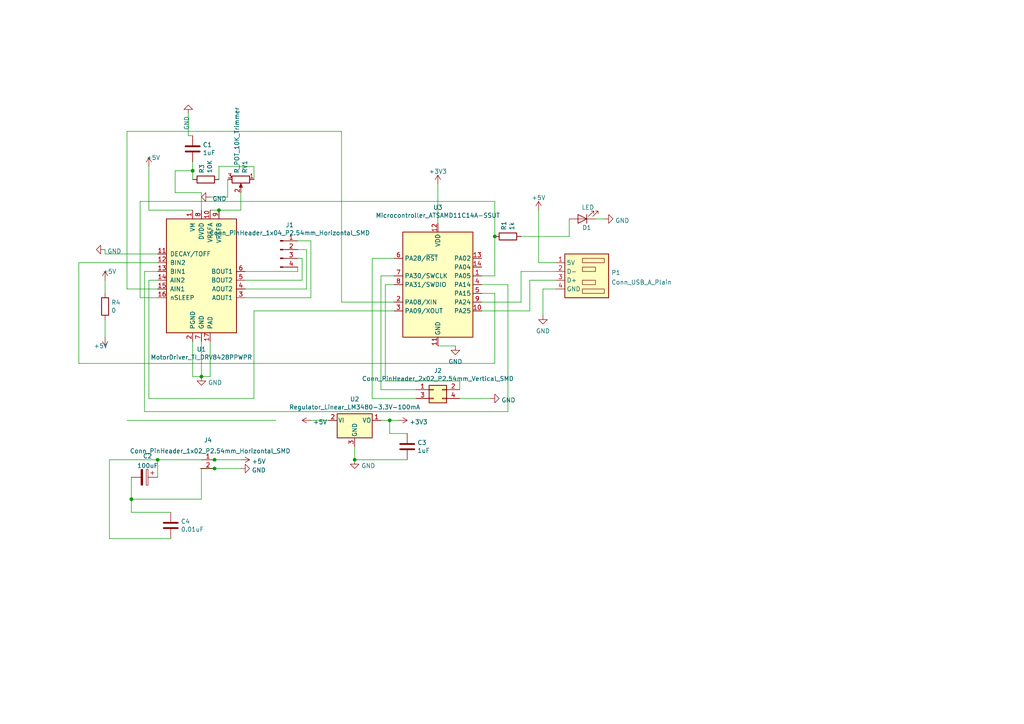
<source format=kicad_sch>
(kicad_sch (version 20211123) (generator eeschema)

  (uuid dde3dba8-1b81-466c-93a3-c284ff4da1ef)

  (paper "A4")

  (lib_symbols
    (symbol "fab:C" (pin_numbers hide) (pin_names (offset 0.254)) (in_bom yes) (on_board yes)
      (property "Reference" "C" (id 0) (at 0.635 2.54 0)
        (effects (font (size 1.27 1.27)) (justify left))
      )
      (property "Value" "C" (id 1) (at 0.635 -2.54 0)
        (effects (font (size 1.27 1.27)) (justify left))
      )
      (property "Footprint" "fab:C_1206" (id 2) (at 0.9652 -3.81 0)
        (effects (font (size 1.27 1.27)) hide)
      )
      (property "Datasheet" "" (id 3) (at 0 0 0)
        (effects (font (size 1.27 1.27)) hide)
      )
      (property "ki_keywords" "cap capacitor" (id 4) (at 0 0 0)
        (effects (font (size 1.27 1.27)) hide)
      )
      (property "ki_description" "Unpolarized capacitor" (id 5) (at 0 0 0)
        (effects (font (size 1.27 1.27)) hide)
      )
      (property "ki_fp_filters" "C_*" (id 6) (at 0 0 0)
        (effects (font (size 1.27 1.27)) hide)
      )
      (symbol "C_0_1"
        (polyline
          (pts
            (xy -2.032 -0.762)
            (xy 2.032 -0.762)
          )
          (stroke (width 0.508) (type default) (color 0 0 0 0))
          (fill (type none))
        )
        (polyline
          (pts
            (xy -2.032 0.762)
            (xy 2.032 0.762)
          )
          (stroke (width 0.508) (type default) (color 0 0 0 0))
          (fill (type none))
        )
      )
      (symbol "C_1_1"
        (pin passive line (at 0 3.81 270) (length 2.794)
          (name "~" (effects (font (size 1.27 1.27))))
          (number "1" (effects (font (size 1.27 1.27))))
        )
        (pin passive line (at 0 -3.81 90) (length 2.794)
          (name "~" (effects (font (size 1.27 1.27))))
          (number "2" (effects (font (size 1.27 1.27))))
        )
      )
    )
    (symbol "fab:CP_Elec_10x10mm" (pin_numbers hide) (pin_names (offset 0.254)) (in_bom yes) (on_board yes)
      (property "Reference" "C" (id 0) (at 0.635 2.54 0)
        (effects (font (size 1.27 1.27)) (justify left))
      )
      (property "Value" "CP_Elec_10x10mm" (id 1) (at 0.635 -2.54 0)
        (effects (font (size 1.27 1.27)) (justify left))
      )
      (property "Footprint" "fab:CP_Elec_10x10mm" (id 2) (at 0 0 0)
        (effects (font (size 1.27 1.27)) hide)
      )
      (property "Datasheet" "" (id 3) (at 0 0 0)
        (effects (font (size 1.27 1.27)) hide)
      )
      (property "ki_keywords" "cap capacitor" (id 4) (at 0 0 0)
        (effects (font (size 1.27 1.27)) hide)
      )
      (property "ki_description" "Polarized capacitor" (id 5) (at 0 0 0)
        (effects (font (size 1.27 1.27)) hide)
      )
      (property "ki_fp_filters" "CP_*" (id 6) (at 0 0 0)
        (effects (font (size 1.27 1.27)) hide)
      )
      (symbol "CP_Elec_10x10mm_0_1"
        (rectangle (start -2.286 0.508) (end 2.286 1.016)
          (stroke (width 0) (type default) (color 0 0 0 0))
          (fill (type none))
        )
        (polyline
          (pts
            (xy -1.778 2.286)
            (xy -0.762 2.286)
          )
          (stroke (width 0) (type default) (color 0 0 0 0))
          (fill (type none))
        )
        (polyline
          (pts
            (xy -1.27 2.794)
            (xy -1.27 1.778)
          )
          (stroke (width 0) (type default) (color 0 0 0 0))
          (fill (type none))
        )
        (rectangle (start 2.286 -0.508) (end -2.286 -1.016)
          (stroke (width 0) (type default) (color 0 0 0 0))
          (fill (type outline))
        )
      )
      (symbol "CP_Elec_10x10mm_1_1"
        (pin passive line (at 0 3.81 270) (length 2.794)
          (name "~" (effects (font (size 1.27 1.27))))
          (number "1" (effects (font (size 1.27 1.27))))
        )
        (pin passive line (at 0 -3.81 90) (length 2.794)
          (name "~" (effects (font (size 1.27 1.27))))
          (number "2" (effects (font (size 1.27 1.27))))
        )
      )
    )
    (symbol "fab:Conn_PinHeader_1x02_P2.54mm_Horizontal_SMD" (pin_names (offset 1.016)) (in_bom yes) (on_board yes)
      (property "Reference" "J" (id 0) (at 0 2.54 0)
        (effects (font (size 1.27 1.27)))
      )
      (property "Value" "Conn_PinHeader_1x02_P2.54mm_Horizontal_SMD" (id 1) (at 0 -5.08 0)
        (effects (font (size 1.27 1.27)))
      )
      (property "Footprint" "fab:PinHeader_UPDI_01x02_P2.54mm_Horizontal_SMD" (id 2) (at 0 0 0)
        (effects (font (size 1.27 1.27)) hide)
      )
      (property "Datasheet" "~" (id 3) (at 0 0 0)
        (effects (font (size 1.27 1.27)) hide)
      )
      (property "ki_keywords" "male UPDI connector" (id 4) (at 0 0 0)
        (effects (font (size 1.27 1.27)) hide)
      )
      (property "ki_description" "Male UPDI 2 pin connector" (id 5) (at 0 0 0)
        (effects (font (size 1.27 1.27)) hide)
      )
      (property "ki_fp_filters" "fab:*Header_SMD_01x??_*" (id 6) (at 0 0 0)
        (effects (font (size 1.27 1.27)) hide)
      )
      (symbol "Conn_PinHeader_1x02_P2.54mm_Horizontal_SMD_1_1"
        (polyline
          (pts
            (xy 1.27 -2.54)
            (xy 0.8636 -2.54)
          )
          (stroke (width 0.1524) (type default) (color 0 0 0 0))
          (fill (type none))
        )
        (polyline
          (pts
            (xy 1.27 0)
            (xy 0.8636 0)
          )
          (stroke (width 0.1524) (type default) (color 0 0 0 0))
          (fill (type none))
        )
        (pin passive line (at 5.08 0 180) (length 3.81)
          (name "~" (effects (font (size 1.27 1.27))))
          (number "1" (effects (font (size 1.27 1.27))))
        )
        (pin passive line (at 5.08 -2.54 180) (length 3.81)
          (name "~" (effects (font (size 1.27 1.27))))
          (number "2" (effects (font (size 1.27 1.27))))
        )
      )
    )
    (symbol "fab:Conn_PinHeader_1x04_P2.54mm_Horizontal_SMD" (pin_names (offset 1.016) hide) (in_bom yes) (on_board yes)
      (property "Reference" "J" (id 0) (at 0 5.08 0)
        (effects (font (size 1.27 1.27)))
      )
      (property "Value" "Conn_PinHeader_1x04_P2.54mm_Horizontal_SMD" (id 1) (at 0 -7.62 0)
        (effects (font (size 1.27 1.27)))
      )
      (property "Footprint" "fab:PinHeader_1x04_P2.54mm_Horizontal_SMD" (id 2) (at 0 0 0)
        (effects (font (size 1.27 1.27)) hide)
      )
      (property "Datasheet" "~" (id 3) (at 0 0 0)
        (effects (font (size 1.27 1.27)) hide)
      )
      (property "ki_keywords" "single row male connector" (id 4) (at 0 0 0)
        (effects (font (size 1.27 1.27)) hide)
      )
      (property "ki_description" "Male connector, single row" (id 5) (at 0 0 0)
        (effects (font (size 1.27 1.27)) hide)
      )
      (property "ki_fp_filters" "fab:*Header_SMD_01x??_*" (id 6) (at 0 0 0)
        (effects (font (size 1.27 1.27)) hide)
      )
      (symbol "Conn_PinHeader_1x04_P2.54mm_Horizontal_SMD_1_1"
        (polyline
          (pts
            (xy 1.27 -5.08)
            (xy 0.8636 -5.08)
          )
          (stroke (width 0.1524) (type default) (color 0 0 0 0))
          (fill (type none))
        )
        (polyline
          (pts
            (xy 1.27 -2.54)
            (xy 0.8636 -2.54)
          )
          (stroke (width 0.1524) (type default) (color 0 0 0 0))
          (fill (type none))
        )
        (polyline
          (pts
            (xy 1.27 0)
            (xy 0.8636 0)
          )
          (stroke (width 0.1524) (type default) (color 0 0 0 0))
          (fill (type none))
        )
        (polyline
          (pts
            (xy 1.27 2.54)
            (xy 0.8636 2.54)
          )
          (stroke (width 0.1524) (type default) (color 0 0 0 0))
          (fill (type none))
        )
        (rectangle (start 0.8636 -4.953) (end 0 -5.207)
          (stroke (width 0.1524) (type default) (color 0 0 0 0))
          (fill (type outline))
        )
        (rectangle (start 0.8636 -2.413) (end 0 -2.667)
          (stroke (width 0.1524) (type default) (color 0 0 0 0))
          (fill (type outline))
        )
        (rectangle (start 0.8636 0.127) (end 0 -0.127)
          (stroke (width 0.1524) (type default) (color 0 0 0 0))
          (fill (type outline))
        )
        (rectangle (start 0.8636 2.667) (end 0 2.413)
          (stroke (width 0.1524) (type default) (color 0 0 0 0))
          (fill (type outline))
        )
        (pin passive line (at 5.08 2.54 180) (length 3.81)
          (name "Pin_1" (effects (font (size 1.27 1.27))))
          (number "1" (effects (font (size 1.27 1.27))))
        )
        (pin passive line (at 5.08 0 180) (length 3.81)
          (name "Pin_2" (effects (font (size 1.27 1.27))))
          (number "2" (effects (font (size 1.27 1.27))))
        )
        (pin passive line (at 5.08 -2.54 180) (length 3.81)
          (name "Pin_3" (effects (font (size 1.27 1.27))))
          (number "3" (effects (font (size 1.27 1.27))))
        )
        (pin passive line (at 5.08 -5.08 180) (length 3.81)
          (name "Pin_4" (effects (font (size 1.27 1.27))))
          (number "4" (effects (font (size 1.27 1.27))))
        )
      )
    )
    (symbol "fab:Conn_PinHeader_2x02_P2.54mm_Vertical_SMD" (pin_names (offset 1.016) hide) (in_bom yes) (on_board yes)
      (property "Reference" "J" (id 0) (at 1.27 2.54 0)
        (effects (font (size 1.27 1.27)))
      )
      (property "Value" "Conn_PinHeader_2x02_P2.54mm_Vertical_SMD" (id 1) (at 1.27 -5.08 0)
        (effects (font (size 1.27 1.27)))
      )
      (property "Footprint" "fab:PinHeader_2x02_P2.54mm_Vertical_SMD" (id 2) (at 0 0 0)
        (effects (font (size 1.27 1.27)) hide)
      )
      (property "Datasheet" "https://cdn.amphenol-icc.com/media/wysiwyg/files/drawing/95278.pdf" (id 3) (at 0 0 0)
        (effects (font (size 1.27 1.27)) hide)
      )
      (property "ki_keywords" "connector" (id 4) (at 0 0 0)
        (effects (font (size 1.27 1.27)) hide)
      )
      (property "ki_description" "Connector Header Surface Mount 4 position 0.100\" (2.54mm)" (id 5) (at 0 0 0)
        (effects (font (size 1.27 1.27)) hide)
      )
      (property "ki_fp_filters" "Connector*:*_2x??_*" (id 6) (at 0 0 0)
        (effects (font (size 1.27 1.27)) hide)
      )
      (symbol "Conn_PinHeader_2x02_P2.54mm_Vertical_SMD_1_1"
        (rectangle (start -1.27 -2.413) (end 0 -2.667)
          (stroke (width 0.1524) (type default) (color 0 0 0 0))
          (fill (type none))
        )
        (rectangle (start -1.27 0.127) (end 0 -0.127)
          (stroke (width 0.1524) (type default) (color 0 0 0 0))
          (fill (type none))
        )
        (rectangle (start -1.27 1.27) (end 3.81 -3.81)
          (stroke (width 0.254) (type default) (color 0 0 0 0))
          (fill (type background))
        )
        (rectangle (start 3.81 -2.413) (end 2.54 -2.667)
          (stroke (width 0.1524) (type default) (color 0 0 0 0))
          (fill (type none))
        )
        (rectangle (start 3.81 0.127) (end 2.54 -0.127)
          (stroke (width 0.1524) (type default) (color 0 0 0 0))
          (fill (type none))
        )
        (pin passive line (at -5.08 0 0) (length 3.81)
          (name "Pin_1" (effects (font (size 1.27 1.27))))
          (number "1" (effects (font (size 1.27 1.27))))
        )
        (pin passive line (at 7.62 0 180) (length 3.81)
          (name "Pin_2" (effects (font (size 1.27 1.27))))
          (number "2" (effects (font (size 1.27 1.27))))
        )
        (pin passive line (at -5.08 -2.54 0) (length 3.81)
          (name "Pin_3" (effects (font (size 1.27 1.27))))
          (number "3" (effects (font (size 1.27 1.27))))
        )
        (pin passive line (at 7.62 -2.54 180) (length 3.81)
          (name "Pin_4" (effects (font (size 1.27 1.27))))
          (number "4" (effects (font (size 1.27 1.27))))
        )
      )
    )
    (symbol "fab:Conn_USB_A_Plain" (in_bom yes) (on_board yes)
      (property "Reference" "P1" (id 0) (at 0 11.43 0)
        (effects (font (size 1.27 1.27)))
      )
      (property "Value" "Conn_USB_A_Plain" (id 1) (at 0 8.89 0)
        (effects (font (size 1.27 1.27)))
      )
      (property "Footprint" "fab:Conn_USB_A_Plain" (id 2) (at 0 0 0)
        (effects (font (size 1.27 1.27)) hide)
      )
      (property "Datasheet" "" (id 3) (at 0 0 0)
        (effects (font (size 1.27 1.27)) hide)
      )
      (property "ki_keywords" "usb type-a connector plug" (id 4) (at 0 0 0)
        (effects (font (size 1.27 1.27)) hide)
      )
      (property "ki_description" "Plain USB connector that can be milled with as PCB milling machine " (id 5) (at 0 0 0)
        (effects (font (size 1.27 1.27)) hide)
      )
      (symbol "Conn_USB_A_Plain_0_1"
        (rectangle (start -6.35 6.35) (end 6.35 -6.35)
          (stroke (width 0.254) (type default) (color 0 0 0 0))
          (fill (type background))
        )
        (rectangle (start -1.27 -3.81) (end 5.08 -5.08)
          (stroke (width 0) (type default) (color 0 0 0 0))
          (fill (type none))
        )
        (rectangle (start -1.27 -1.27) (end 2.54 -2.54)
          (stroke (width 0) (type default) (color 0 0 0 0))
          (fill (type none))
        )
        (rectangle (start -1.27 2.54) (end 2.54 1.27)
          (stroke (width 0) (type default) (color 0 0 0 0))
          (fill (type none))
        )
        (rectangle (start -1.27 5.08) (end 5.08 3.81)
          (stroke (width 0) (type default) (color 0 0 0 0))
          (fill (type none))
        )
      )
      (symbol "Conn_USB_A_Plain_1_1"
        (pin power_out line (at -8.89 3.81 0) (length 2.54)
          (name "5V" (effects (font (size 1.27 1.27))))
          (number "1" (effects (font (size 1.27 1.27))))
        )
        (pin bidirectional line (at -8.89 1.27 0) (length 2.54)
          (name "D-" (effects (font (size 1.27 1.27))))
          (number "2" (effects (font (size 1.27 1.27))))
        )
        (pin bidirectional line (at -8.89 -1.27 0) (length 2.54)
          (name "D+" (effects (font (size 1.27 1.27))))
          (number "3" (effects (font (size 1.27 1.27))))
        )
        (pin power_out line (at -8.89 -3.81 0) (length 2.54)
          (name "GND" (effects (font (size 1.27 1.27))))
          (number "4" (effects (font (size 1.27 1.27))))
        )
      )
    )
    (symbol "fab:LED" (pin_numbers hide) (pin_names (offset 1.016) hide) (in_bom yes) (on_board yes)
      (property "Reference" "D" (id 0) (at 0 2.54 0)
        (effects (font (size 1.27 1.27)))
      )
      (property "Value" "LED" (id 1) (at 0 -2.54 0)
        (effects (font (size 1.27 1.27)))
      )
      (property "Footprint" "fab:LED_1206" (id 2) (at 0 0 0)
        (effects (font (size 1.27 1.27)) hide)
      )
      (property "Datasheet" "https://optoelectronics.liteon.com/upload/download/DS-22-98-0002/LTST-C150CKT.pdf" (id 3) (at 0 0 0)
        (effects (font (size 1.27 1.27)) hide)
      )
      (property "ki_keywords" "LED diode 1206" (id 4) (at 0 0 0)
        (effects (font (size 1.27 1.27)) hide)
      )
      (property "ki_description" "Light emitting diode, Lite-On Inc. LTST" (id 5) (at 0 0 0)
        (effects (font (size 1.27 1.27)) hide)
      )
      (property "ki_fp_filters" "LED_*" (id 6) (at 0 0 0)
        (effects (font (size 1.27 1.27)) hide)
      )
      (symbol "LED_0_1"
        (polyline
          (pts
            (xy -1.27 -1.27)
            (xy -1.27 1.27)
          )
          (stroke (width 0.2032) (type default) (color 0 0 0 0))
          (fill (type none))
        )
        (polyline
          (pts
            (xy -1.27 0)
            (xy 1.27 0)
          )
          (stroke (width 0) (type default) (color 0 0 0 0))
          (fill (type none))
        )
        (polyline
          (pts
            (xy 1.27 -1.27)
            (xy 1.27 1.27)
            (xy -1.27 0)
            (xy 1.27 -1.27)
          )
          (stroke (width 0.2032) (type default) (color 0 0 0 0))
          (fill (type none))
        )
        (polyline
          (pts
            (xy -3.048 -0.762)
            (xy -4.572 -2.286)
            (xy -3.81 -2.286)
            (xy -4.572 -2.286)
            (xy -4.572 -1.524)
          )
          (stroke (width 0) (type default) (color 0 0 0 0))
          (fill (type none))
        )
        (polyline
          (pts
            (xy -1.778 -0.762)
            (xy -3.302 -2.286)
            (xy -2.54 -2.286)
            (xy -3.302 -2.286)
            (xy -3.302 -1.524)
          )
          (stroke (width 0) (type default) (color 0 0 0 0))
          (fill (type none))
        )
      )
      (symbol "LED_1_1"
        (pin passive line (at -3.81 0 0) (length 2.54)
          (name "K" (effects (font (size 1.27 1.27))))
          (number "1" (effects (font (size 1.27 1.27))))
        )
        (pin passive line (at 3.81 0 180) (length 2.54)
          (name "A" (effects (font (size 1.27 1.27))))
          (number "2" (effects (font (size 1.27 1.27))))
        )
      )
    )
    (symbol "fab:Microcontroller_ATSAMD11C14A-SSUT" (in_bom yes) (on_board yes)
      (property "Reference" "U" (id 0) (at -10.16 16.51 0)
        (effects (font (size 1.27 1.27)) (justify left))
      )
      (property "Value" "Microcontroller_ATSAMD11C14A-SSUT" (id 1) (at 1.27 16.51 0)
        (effects (font (size 1.27 1.27)) (justify left))
      )
      (property "Footprint" "fab:SOIC-14_3.9x8.7mm_P1.27mm" (id 2) (at 0 -26.67 0)
        (effects (font (size 1.27 1.27)) hide)
      )
      (property "Datasheet" "https://ww1.microchip.com/downloads/en/DeviceDoc/Atmel-42363-SAM-D11_Datasheet.pdf" (id 3) (at 0 -17.78 0)
        (effects (font (size 1.27 1.27)) hide)
      )
      (property "ki_keywords" "arm sam d11c 32-bit 48mhz 16kb soic-14" (id 4) (at 0 0 0)
        (effects (font (size 1.27 1.27)) hide)
      )
      (property "ki_description" "IC MCU 32BIT 16KB FLASH 14SOIC" (id 5) (at 0 0 0)
        (effects (font (size 1.27 1.27)) hide)
      )
      (property "ki_fp_filters" "SOIC*3.9x8.7mm*P1.27mm*" (id 6) (at 0 0 0)
        (effects (font (size 1.27 1.27)) hide)
      )
      (symbol "Microcontroller_ATSAMD11C14A-SSUT_0_1"
        (rectangle (start -10.16 15.24) (end 10.16 -15.24)
          (stroke (width 0.254) (type default) (color 0 0 0 0))
          (fill (type background))
        )
      )
      (symbol "Microcontroller_ATSAMD11C14A-SSUT_1_1"
        (pin bidirectional line (at 12.7 2.54 180) (length 2.54)
          (name "PA05" (effects (font (size 1.27 1.27))))
          (number "1" (effects (font (size 1.27 1.27))))
        )
        (pin bidirectional line (at 12.7 -7.62 180) (length 2.54)
          (name "PA25" (effects (font (size 1.27 1.27))))
          (number "10" (effects (font (size 1.27 1.27))))
        )
        (pin power_in line (at 0 -17.78 90) (length 2.54)
          (name "GND" (effects (font (size 1.27 1.27))))
          (number "11" (effects (font (size 1.27 1.27))))
        )
        (pin power_in line (at 0 17.78 270) (length 2.54)
          (name "VDD" (effects (font (size 1.27 1.27))))
          (number "12" (effects (font (size 1.27 1.27))))
        )
        (pin bidirectional line (at 12.7 7.62 180) (length 2.54)
          (name "PA02" (effects (font (size 1.27 1.27))))
          (number "13" (effects (font (size 1.27 1.27))))
        )
        (pin bidirectional line (at 12.7 5.08 180) (length 2.54)
          (name "PA04" (effects (font (size 1.27 1.27))))
          (number "14" (effects (font (size 1.27 1.27))))
        )
        (pin bidirectional line (at -12.7 -5.08 0) (length 2.54)
          (name "PA08/XIN" (effects (font (size 1.27 1.27))))
          (number "2" (effects (font (size 1.27 1.27))))
        )
        (pin bidirectional line (at -12.7 -7.62 0) (length 2.54)
          (name "PA09/XOUT" (effects (font (size 1.27 1.27))))
          (number "3" (effects (font (size 1.27 1.27))))
        )
        (pin bidirectional line (at 12.7 0 180) (length 2.54)
          (name "PA14" (effects (font (size 1.27 1.27))))
          (number "4" (effects (font (size 1.27 1.27))))
        )
        (pin bidirectional line (at 12.7 -2.54 180) (length 2.54)
          (name "PA15" (effects (font (size 1.27 1.27))))
          (number "5" (effects (font (size 1.27 1.27))))
        )
        (pin bidirectional line (at -12.7 7.62 0) (length 2.54)
          (name "PA28/~{RST}" (effects (font (size 1.27 1.27))))
          (number "6" (effects (font (size 1.27 1.27))))
        )
        (pin bidirectional line (at -12.7 2.54 0) (length 2.54)
          (name "PA30/SWCLK" (effects (font (size 1.27 1.27))))
          (number "7" (effects (font (size 1.27 1.27))))
        )
        (pin bidirectional line (at -12.7 0 0) (length 2.54)
          (name "PA31/SWDIO" (effects (font (size 1.27 1.27))))
          (number "8" (effects (font (size 1.27 1.27))))
        )
        (pin bidirectional line (at 12.7 -5.08 180) (length 2.54)
          (name "PA24" (effects (font (size 1.27 1.27))))
          (number "9" (effects (font (size 1.27 1.27))))
        )
      )
    )
    (symbol "fab:MotorDriver_TI_DRV8428EPPWPR" (pin_names (offset 1.016)) (in_bom yes) (on_board yes)
      (property "Reference" "U" (id 0) (at -7.62 -17.78 0)
        (effects (font (size 1.27 1.27)) (justify left))
      )
      (property "Value" "MotorDriver_TI_DRV8428EPPWPR" (id 1) (at 5.08 -17.78 0)
        (effects (font (size 1.27 1.27)) (justify left))
      )
      (property "Footprint" "fab:HTSSOP-16" (id 2) (at 0 0 0)
        (effects (font (size 1.27 1.27)) hide)
      )
      (property "Datasheet" "https://www.ti.com/lit/ds/symlink/drv8428e.pdf" (id 3) (at 0 0 0)
        (effects (font (size 1.27 1.27)) hide)
      )
      (property "ki_keywords" "Bipolar Motor Driver Power MOSFET PWM 16-HTSSOP" (id 4) (at 0 0 0)
        (effects (font (size 1.27 1.27)) hide)
      )
      (property "ki_description" "Bipolar Motor Driver Power MOSFET PWM 16-HTSSOP" (id 5) (at 0 0 0)
        (effects (font (size 1.27 1.27)) hide)
      )
      (property "ki_fp_filters" "*SOIC-8*" (id 6) (at 0 0 0)
        (effects (font (size 1.27 1.27)) hide)
      )
      (symbol "MotorDriver_TI_DRV8428EPPWPR_0_1"
        (rectangle (start -10.16 17.78) (end 10.16 -15.24)
          (stroke (width 0.254) (type default) (color 0 0 0 0))
          (fill (type background))
        )
      )
      (symbol "MotorDriver_TI_DRV8428EPPWPR_1_1"
        (pin power_in line (at -2.54 20.32 270) (length 2.54)
          (name "VM" (effects (font (size 1.27 1.27))))
          (number "1" (effects (font (size 1.27 1.27))))
        )
        (pin power_in line (at 2.54 20.32 270) (length 2.54)
          (name "VREFA" (effects (font (size 1.27 1.27))))
          (number "10" (effects (font (size 1.27 1.27))))
        )
        (pin input line (at -12.7 7.62 0) (length 2.54)
          (name "DECAY/TOFF" (effects (font (size 1.27 1.27))))
          (number "11" (effects (font (size 1.27 1.27))))
        )
        (pin input line (at -12.7 5.08 0) (length 2.54)
          (name "BIN2" (effects (font (size 1.27 1.27))))
          (number "12" (effects (font (size 1.27 1.27))))
        )
        (pin input line (at -12.7 2.54 0) (length 2.54)
          (name "BIN1" (effects (font (size 1.27 1.27))))
          (number "13" (effects (font (size 1.27 1.27))))
        )
        (pin input line (at -12.7 0 0) (length 2.54)
          (name "AIN2" (effects (font (size 1.27 1.27))))
          (number "14" (effects (font (size 1.27 1.27))))
        )
        (pin input line (at -12.7 -2.54 0) (length 2.54)
          (name "AIN1" (effects (font (size 1.27 1.27))))
          (number "15" (effects (font (size 1.27 1.27))))
        )
        (pin input line (at -12.7 -5.08 0) (length 2.54)
          (name "nSLEEP" (effects (font (size 1.27 1.27))))
          (number "16" (effects (font (size 1.27 1.27))))
        )
        (pin power_in line (at 2.54 -17.78 90) (length 2.54)
          (name "PAD" (effects (font (size 1.27 1.27))))
          (number "17" (effects (font (size 1.27 1.27))))
        )
        (pin power_in line (at -2.54 -17.78 90) (length 2.54)
          (name "PGND" (effects (font (size 1.27 1.27))))
          (number "2" (effects (font (size 1.27 1.27))))
        )
        (pin output line (at 12.7 -5.08 180) (length 2.54)
          (name "AOUT1" (effects (font (size 1.27 1.27))))
          (number "3" (effects (font (size 1.27 1.27))))
        )
        (pin output line (at 12.7 -2.54 180) (length 2.54)
          (name "AOUT2" (effects (font (size 1.27 1.27))))
          (number "4" (effects (font (size 1.27 1.27))))
        )
        (pin output line (at 12.7 0 180) (length 2.54)
          (name "BOUT2" (effects (font (size 1.27 1.27))))
          (number "5" (effects (font (size 1.27 1.27))))
        )
        (pin output line (at 12.7 2.54 180) (length 2.54)
          (name "BOUT1" (effects (font (size 1.27 1.27))))
          (number "6" (effects (font (size 1.27 1.27))))
        )
        (pin power_in line (at 0 -17.78 90) (length 2.54)
          (name "GND" (effects (font (size 1.27 1.27))))
          (number "7" (effects (font (size 1.27 1.27))))
        )
        (pin power_in line (at 0 20.32 270) (length 2.54)
          (name "DVDD" (effects (font (size 1.27 1.27))))
          (number "8" (effects (font (size 1.27 1.27))))
        )
        (pin power_in line (at 5.08 20.32 270) (length 2.54)
          (name "VREFB" (effects (font (size 1.27 1.27))))
          (number "9" (effects (font (size 1.27 1.27))))
        )
      )
    )
    (symbol "fab:Power_+3V3" (power) (pin_names (offset 0)) (in_bom yes) (on_board yes)
      (property "Reference" "#PWR" (id 0) (at 0 -3.81 0)
        (effects (font (size 1.27 1.27)) hide)
      )
      (property "Value" "Power_+3V3" (id 1) (at 0 3.556 0)
        (effects (font (size 1.27 1.27)))
      )
      (property "Footprint" "" (id 2) (at 0 0 0)
        (effects (font (size 1.27 1.27)) hide)
      )
      (property "Datasheet" "" (id 3) (at 0 0 0)
        (effects (font (size 1.27 1.27)) hide)
      )
      (property "ki_keywords" "power-flag" (id 4) (at 0 0 0)
        (effects (font (size 1.27 1.27)) hide)
      )
      (property "ki_description" "Power symbol creates a global label with name \"+3V3\"" (id 5) (at 0 0 0)
        (effects (font (size 1.27 1.27)) hide)
      )
      (symbol "Power_+3V3_0_1"
        (polyline
          (pts
            (xy -0.762 1.27)
            (xy 0 2.54)
          )
          (stroke (width 0) (type default) (color 0 0 0 0))
          (fill (type none))
        )
        (polyline
          (pts
            (xy 0 0)
            (xy 0 2.54)
          )
          (stroke (width 0) (type default) (color 0 0 0 0))
          (fill (type none))
        )
        (polyline
          (pts
            (xy 0 2.54)
            (xy 0.762 1.27)
          )
          (stroke (width 0) (type default) (color 0 0 0 0))
          (fill (type none))
        )
      )
      (symbol "Power_+3V3_1_1"
        (pin power_in line (at 0 0 90) (length 0) hide
          (name "+3V3" (effects (font (size 1.27 1.27))))
          (number "1" (effects (font (size 1.27 1.27))))
        )
      )
    )
    (symbol "fab:Power_+5V" (power) (pin_names (offset 0)) (in_bom yes) (on_board yes)
      (property "Reference" "#PWR" (id 0) (at 0 -3.81 0)
        (effects (font (size 1.27 1.27)) hide)
      )
      (property "Value" "Power_+5V" (id 1) (at 0 3.556 0)
        (effects (font (size 1.27 1.27)))
      )
      (property "Footprint" "" (id 2) (at 0 0 0)
        (effects (font (size 1.27 1.27)) hide)
      )
      (property "Datasheet" "" (id 3) (at 0 0 0)
        (effects (font (size 1.27 1.27)) hide)
      )
      (property "ki_keywords" "power-flag" (id 4) (at 0 0 0)
        (effects (font (size 1.27 1.27)) hide)
      )
      (property "ki_description" "Power symbol creates a global label with name \"+5V\"" (id 5) (at 0 0 0)
        (effects (font (size 1.27 1.27)) hide)
      )
      (symbol "Power_+5V_0_1"
        (polyline
          (pts
            (xy -0.762 1.27)
            (xy 0 2.54)
          )
          (stroke (width 0) (type default) (color 0 0 0 0))
          (fill (type none))
        )
        (polyline
          (pts
            (xy 0 0)
            (xy 0 2.54)
          )
          (stroke (width 0) (type default) (color 0 0 0 0))
          (fill (type none))
        )
        (polyline
          (pts
            (xy 0 2.54)
            (xy 0.762 1.27)
          )
          (stroke (width 0) (type default) (color 0 0 0 0))
          (fill (type none))
        )
      )
      (symbol "Power_+5V_1_1"
        (pin power_in line (at 0 0 90) (length 0) hide
          (name "+5V" (effects (font (size 1.27 1.27))))
          (number "1" (effects (font (size 1.27 1.27))))
        )
      )
    )
    (symbol "fab:Power_GND" (power) (pin_names (offset 0)) (in_bom yes) (on_board yes)
      (property "Reference" "#PWR" (id 0) (at 0 -6.35 0)
        (effects (font (size 1.27 1.27)) hide)
      )
      (property "Value" "Power_GND" (id 1) (at 0 -3.81 0)
        (effects (font (size 1.27 1.27)))
      )
      (property "Footprint" "" (id 2) (at 0 0 0)
        (effects (font (size 1.27 1.27)) hide)
      )
      (property "Datasheet" "" (id 3) (at 0 0 0)
        (effects (font (size 1.27 1.27)) hide)
      )
      (property "ki_keywords" "power-flag" (id 4) (at 0 0 0)
        (effects (font (size 1.27 1.27)) hide)
      )
      (property "ki_description" "Power symbol creates a global label with name \"GND\" , ground" (id 5) (at 0 0 0)
        (effects (font (size 1.27 1.27)) hide)
      )
      (symbol "Power_GND_0_1"
        (polyline
          (pts
            (xy 0 0)
            (xy 0 -1.27)
            (xy 1.27 -1.27)
            (xy 0 -2.54)
            (xy -1.27 -1.27)
            (xy 0 -1.27)
          )
          (stroke (width 0) (type default) (color 0 0 0 0))
          (fill (type none))
        )
      )
      (symbol "Power_GND_1_1"
        (pin power_in line (at 0 0 270) (length 0) hide
          (name "GND" (effects (font (size 1.27 1.27))))
          (number "1" (effects (font (size 1.27 1.27))))
        )
      )
    )
    (symbol "fab:R" (pin_numbers hide) (pin_names (offset 0)) (in_bom yes) (on_board yes)
      (property "Reference" "R" (id 0) (at 2.032 0 90)
        (effects (font (size 1.27 1.27)))
      )
      (property "Value" "R" (id 1) (at 0 0 90)
        (effects (font (size 1.27 1.27)))
      )
      (property "Footprint" "fab:R_1206" (id 2) (at -1.778 0 90)
        (effects (font (size 1.27 1.27)) hide)
      )
      (property "Datasheet" "~" (id 3) (at 0 0 0)
        (effects (font (size 1.27 1.27)) hide)
      )
      (property "ki_keywords" "R res resistor" (id 4) (at 0 0 0)
        (effects (font (size 1.27 1.27)) hide)
      )
      (property "ki_description" "Resistor" (id 5) (at 0 0 0)
        (effects (font (size 1.27 1.27)) hide)
      )
      (property "ki_fp_filters" "R_*" (id 6) (at 0 0 0)
        (effects (font (size 1.27 1.27)) hide)
      )
      (symbol "R_0_1"
        (rectangle (start -1.016 -2.54) (end 1.016 2.54)
          (stroke (width 0.254) (type default) (color 0 0 0 0))
          (fill (type none))
        )
      )
      (symbol "R_1_1"
        (pin passive line (at 0 3.81 270) (length 1.27)
          (name "~" (effects (font (size 1.27 1.27))))
          (number "1" (effects (font (size 1.27 1.27))))
        )
        (pin passive line (at 0 -3.81 90) (length 1.27)
          (name "~" (effects (font (size 1.27 1.27))))
          (number "2" (effects (font (size 1.27 1.27))))
        )
      )
    )
    (symbol "fab:R_POT_10K_Trimmer" (pin_names (offset 1.016) hide) (in_bom yes) (on_board yes)
      (property "Reference" "RV" (id 0) (at -4.445 0 90)
        (effects (font (size 1.27 1.27)))
      )
      (property "Value" "R_POT_10K_Trimmer" (id 1) (at -2.54 0 90)
        (effects (font (size 1.27 1.27)))
      )
      (property "Footprint" "fab:Potentiometer_TT_Model-23_4.5x5.0x3.0mm" (id 2) (at 0 0 0)
        (effects (font (size 1.27 1.27)) hide)
      )
      (property "Datasheet" "https://www.ttelectronics.com/TTElectronics/media/ProductFiles/Trimmers/Datasheets/23.pdf" (id 3) (at 0 0 0)
        (effects (font (size 1.27 1.27)) hide)
      )
      (property "ki_keywords" "resistor variable trimmer" (id 4) (at 0 0 0)
        (effects (font (size 1.27 1.27)) hide)
      )
      (property "ki_description" "Trimmer Potentiometer 10K TT Electronics 23BR10KLFTR" (id 5) (at 0 0 0)
        (effects (font (size 1.27 1.27)) hide)
      )
      (property "ki_fp_filters" "Potentiometer*" (id 6) (at 0 0 0)
        (effects (font (size 1.27 1.27)) hide)
      )
      (symbol "R_POT_10K_Trimmer_0_1"
        (polyline
          (pts
            (xy 2.54 0)
            (xy 1.524 0)
          )
          (stroke (width 0) (type default) (color 0 0 0 0))
          (fill (type none))
        )
        (polyline
          (pts
            (xy 1.143 0)
            (xy 2.286 0.508)
            (xy 2.286 -0.508)
            (xy 1.143 0)
          )
          (stroke (width 0) (type default) (color 0 0 0 0))
          (fill (type outline))
        )
        (rectangle (start 1.016 2.54) (end -1.016 -2.54)
          (stroke (width 0.254) (type default) (color 0 0 0 0))
          (fill (type none))
        )
      )
      (symbol "R_POT_10K_Trimmer_1_1"
        (pin passive line (at 0 3.81 270) (length 1.27)
          (name "1" (effects (font (size 1.27 1.27))))
          (number "1" (effects (font (size 1.27 1.27))))
        )
        (pin passive line (at 3.81 0 180) (length 1.27)
          (name "2" (effects (font (size 1.27 1.27))))
          (number "2" (effects (font (size 1.27 1.27))))
        )
        (pin passive line (at 0 -3.81 90) (length 1.27)
          (name "3" (effects (font (size 1.27 1.27))))
          (number "3" (effects (font (size 1.27 1.27))))
        )
      )
    )
    (symbol "fab:Regulator_Linear_LM3480-3.3V-100mA" (pin_names (offset 0.254)) (in_bom yes) (on_board yes)
      (property "Reference" "U" (id 0) (at -3.81 3.175 0)
        (effects (font (size 1.27 1.27)))
      )
      (property "Value" "Regulator_Linear_LM3480-3.3V-100mA" (id 1) (at 0 3.175 0)
        (effects (font (size 1.27 1.27)) (justify left))
      )
      (property "Footprint" "fab:SOT-23" (id 2) (at 0 5.715 0)
        (effects (font (size 1.27 1.27) italic) hide)
      )
      (property "Datasheet" "https://www.ti.com/lit/ds/symlink/lm3480.pdf" (id 3) (at 0 0 0)
        (effects (font (size 1.27 1.27)) hide)
      )
      (property "ki_keywords" "ldo linear fixed positive" (id 4) (at 0 0 0)
        (effects (font (size 1.27 1.27)) hide)
      )
      (property "ki_description" "100mA, Quasi Low Dropout Voltage Regulator, 3.3V positive fixed output, SOT-23 package" (id 5) (at 0 0 0)
        (effects (font (size 1.27 1.27)) hide)
      )
      (property "ki_fp_filters" "SOT?23*" (id 6) (at 0 0 0)
        (effects (font (size 1.27 1.27)) hide)
      )
      (symbol "Regulator_Linear_LM3480-3.3V-100mA_0_1"
        (rectangle (start -5.08 1.905) (end 5.08 -5.08)
          (stroke (width 0.254) (type default) (color 0 0 0 0))
          (fill (type background))
        )
      )
      (symbol "Regulator_Linear_LM3480-3.3V-100mA_1_1"
        (pin power_out line (at 7.62 0 180) (length 2.54)
          (name "VO" (effects (font (size 1.27 1.27))))
          (number "1" (effects (font (size 1.27 1.27))))
        )
        (pin power_in line (at -7.62 0 0) (length 2.54)
          (name "VI" (effects (font (size 1.27 1.27))))
          (number "2" (effects (font (size 1.27 1.27))))
        )
        (pin power_in line (at 0 -7.62 90) (length 2.54)
          (name "GND" (effects (font (size 1.27 1.27))))
          (number "3" (effects (font (size 1.27 1.27))))
        )
      )
    )
  )

  (junction (at 63.5 60.96) (diameter 0) (color 0 0 0 0)
    (uuid 0ee24be7-ae9d-4aaa-b607-f9b0bc7d4db3)
  )
  (junction (at 62.23 135.89) (diameter 0) (color 0 0 0 0)
    (uuid 1c0bdcbc-ac87-4b38-9a9d-65e4edd73425)
  )
  (junction (at 58.42 109.22) (diameter 0) (color 0 0 0 0)
    (uuid 45378055-547a-4be1-bd59-98c2c27a4061)
  )
  (junction (at 62.23 133.35) (diameter 0) (color 0 0 0 0)
    (uuid 65c41d2a-7921-40f6-8a66-43d43155f96a)
  )
  (junction (at 55.88 49.53) (diameter 0) (color 0 0 0 0)
    (uuid 6a8954c9-24cb-4dea-a8fd-fe81dc1514b6)
  )
  (junction (at 38.1 144.78) (diameter 0) (color 0 0 0 0)
    (uuid 80d13018-64b6-4f05-aa03-75d7fc146b1c)
  )
  (junction (at 45.72 133.35) (diameter 0) (color 0 0 0 0)
    (uuid af6489c0-0082-42e4-89c6-dfcdd4870ffd)
  )
  (junction (at 113.03 121.92) (diameter 0) (color 0 0 0 0)
    (uuid beb9e238-a19e-4f94-a87e-581d8b415a89)
  )
  (junction (at 102.87 133.35) (diameter 0) (color 0 0 0 0)
    (uuid c559b0d4-4372-44d3-abc7-47f7a1afce91)
  )
  (junction (at 143.51 68.58) (diameter 0) (color 0 0 0 0)
    (uuid f5498f1a-4368-405d-b4ec-aeb6f1ba58f5)
  )

  (wire (pts (xy 110.49 121.92) (xy 113.03 121.92))
    (stroke (width 0) (type default) (color 0 0 0 0))
    (uuid 0154b47c-42e3-4e3e-a994-7b4525c46b71)
  )
  (wire (pts (xy 45.72 133.35) (xy 45.72 138.43))
    (stroke (width 0) (type default) (color 0 0 0 0))
    (uuid 04305b19-a102-4870-b641-65a2e87470d0)
  )
  (wire (pts (xy 73.66 90.17) (xy 73.66 115.57))
    (stroke (width 0) (type default) (color 0 0 0 0))
    (uuid 05021e30-1a4b-40b1-a662-b1c2a3376318)
  )
  (wire (pts (xy 110.49 113.03) (xy 120.65 113.03))
    (stroke (width 0) (type default) (color 0 0 0 0))
    (uuid 057b5610-f66c-44ba-925f-c003e15fae5f)
  )
  (wire (pts (xy 55.88 49.53) (xy 55.88 52.07))
    (stroke (width 0) (type default) (color 0 0 0 0))
    (uuid 072bafff-7b7e-4c36-90dc-5671b4e48c95)
  )
  (wire (pts (xy 69.85 60.96) (xy 63.5 60.96))
    (stroke (width 0) (type default) (color 0 0 0 0))
    (uuid 0946d833-b2b9-4bcd-8a54-680258920c60)
  )
  (wire (pts (xy 156.21 60.96) (xy 156.21 76.2))
    (stroke (width 0) (type default) (color 0 0 0 0))
    (uuid 09b48abb-810a-47e0-9dc8-271e2ba7e069)
  )
  (wire (pts (xy 55.88 109.22) (xy 58.42 109.22))
    (stroke (width 0) (type default) (color 0 0 0 0))
    (uuid 0a352fb4-e751-4049-9a48-69d6ebe1ec07)
  )
  (wire (pts (xy 71.12 81.28) (xy 87.63 81.28))
    (stroke (width 0) (type default) (color 0 0 0 0))
    (uuid 0bb7c5ea-4661-4b0d-a11d-f3b746c2c329)
  )
  (wire (pts (xy 58.42 55.88) (xy 58.42 60.96))
    (stroke (width 0) (type default) (color 0 0 0 0))
    (uuid 16a898bd-3ab7-4582-ab08-c696fc8bca41)
  )
  (wire (pts (xy 133.35 115.57) (xy 142.24 115.57))
    (stroke (width 0) (type default) (color 0 0 0 0))
    (uuid 171d0863-6592-4a6d-bdfa-5c467b73b11c)
  )
  (wire (pts (xy 102.87 129.54) (xy 102.87 133.35))
    (stroke (width 0) (type default) (color 0 0 0 0))
    (uuid 1724b65d-db91-4706-acd5-dd16eac66143)
  )
  (wire (pts (xy 43.18 115.57) (xy 43.18 81.28))
    (stroke (width 0) (type default) (color 0 0 0 0))
    (uuid 17cdcc25-26c6-4752-a086-3492da42e37a)
  )
  (wire (pts (xy 88.9 83.82) (xy 88.9 72.39))
    (stroke (width 0) (type default) (color 0 0 0 0))
    (uuid 1d930d37-4e4f-4f83-824b-66dca93f438c)
  )
  (wire (pts (xy 58.42 144.78) (xy 58.42 135.89))
    (stroke (width 0) (type default) (color 0 0 0 0))
    (uuid 22e45a2c-9974-438e-916d-4b1bdd0f1874)
  )
  (wire (pts (xy 107.95 74.93) (xy 114.3 74.93))
    (stroke (width 0) (type default) (color 0 0 0 0))
    (uuid 25fb3192-655f-4636-ae54-25dae07e903f)
  )
  (wire (pts (xy 58.42 135.89) (xy 62.23 135.89))
    (stroke (width 0) (type default) (color 0 0 0 0))
    (uuid 27aec794-19dd-45c6-a2bb-2930b21b5357)
  )
  (wire (pts (xy 38.1 144.78) (xy 58.42 144.78))
    (stroke (width 0) (type default) (color 0 0 0 0))
    (uuid 2caee672-536b-49ef-bdf5-851735480436)
  )
  (wire (pts (xy 139.7 85.09) (xy 143.51 85.09))
    (stroke (width 0) (type default) (color 0 0 0 0))
    (uuid 2cffceb7-4f4c-420c-90f0-b27443b2aa0a)
  )
  (wire (pts (xy 43.18 60.96) (xy 55.88 60.96))
    (stroke (width 0) (type default) (color 0 0 0 0))
    (uuid 31e67b7a-8d73-4463-8999-1223b6edd16e)
  )
  (wire (pts (xy 143.51 68.58) (xy 143.51 80.01))
    (stroke (width 0) (type default) (color 0 0 0 0))
    (uuid 39969210-9f94-4b12-8f9e-f01ad1c72d16)
  )
  (wire (pts (xy 86.36 69.85) (xy 90.17 69.85))
    (stroke (width 0) (type default) (color 0 0 0 0))
    (uuid 3a38b896-26b5-4460-9615-e7d06332c4d0)
  )
  (wire (pts (xy 22.86 76.2) (xy 45.72 76.2))
    (stroke (width 0) (type default) (color 0 0 0 0))
    (uuid 3dfff70f-c8e0-479d-bc9e-e4598e18aa13)
  )
  (wire (pts (xy 114.3 87.63) (xy 99.06 87.63))
    (stroke (width 0) (type default) (color 0 0 0 0))
    (uuid 42a2fe10-d119-40d0-979e-06659a1cf410)
  )
  (wire (pts (xy 62.23 135.89) (xy 69.85 135.89))
    (stroke (width 0) (type default) (color 0 0 0 0))
    (uuid 4327ad73-ca5e-4a3a-8b6e-2f1797f5fe92)
  )
  (wire (pts (xy 63.5 48.26) (xy 73.66 48.26))
    (stroke (width 0) (type default) (color 0 0 0 0))
    (uuid 44321154-c15f-444b-9283-39aa3d835bee)
  )
  (wire (pts (xy 38.1 138.43) (xy 38.1 144.78))
    (stroke (width 0) (type default) (color 0 0 0 0))
    (uuid 45b2130c-1b53-4267-b58a-354427d989e2)
  )
  (wire (pts (xy 120.65 115.57) (xy 107.95 115.57))
    (stroke (width 0) (type default) (color 0 0 0 0))
    (uuid 46040118-ff35-4e23-91ae-efd3455ca84e)
  )
  (wire (pts (xy 80.01 121.92) (xy 36.83 121.92))
    (stroke (width 0) (type default) (color 0 0 0 0))
    (uuid 463dd344-c449-43b5-9a2c-86a014b6ca48)
  )
  (wire (pts (xy 45.72 133.35) (xy 31.75 133.35))
    (stroke (width 0) (type default) (color 0 0 0 0))
    (uuid 47efc4d3-15a9-49cc-8a36-fc2be0171a4e)
  )
  (wire (pts (xy 139.7 82.55) (xy 147.32 82.55))
    (stroke (width 0) (type default) (color 0 0 0 0))
    (uuid 4e6264fd-15be-4b0f-b72c-e67f366e42fd)
  )
  (wire (pts (xy 127 100.33) (xy 132.08 100.33))
    (stroke (width 0) (type default) (color 0 0 0 0))
    (uuid 4f6bf094-2b41-4b30-974b-3cc59154563c)
  )
  (wire (pts (xy 99.06 38.1) (xy 36.83 38.1))
    (stroke (width 0) (type default) (color 0 0 0 0))
    (uuid 4fe021b1-df08-4df3-bda2-0f19e6cd54d6)
  )
  (wire (pts (xy 22.86 105.41) (xy 22.86 76.2))
    (stroke (width 0) (type default) (color 0 0 0 0))
    (uuid 53b6ba4a-ea3c-4094-b362-f1e13b4801f2)
  )
  (wire (pts (xy 156.21 76.2) (xy 161.29 76.2))
    (stroke (width 0) (type default) (color 0 0 0 0))
    (uuid 55212d74-68da-425c-aa76-19c5aec30ed7)
  )
  (wire (pts (xy 62.23 133.35) (xy 45.72 133.35))
    (stroke (width 0) (type default) (color 0 0 0 0))
    (uuid 55d78954-feb3-4909-a58d-85f11bcd8062)
  )
  (wire (pts (xy 127 53.34) (xy 127 64.77))
    (stroke (width 0) (type default) (color 0 0 0 0))
    (uuid 57b3ca60-8550-43ee-a1b0-14ad8c078d29)
  )
  (wire (pts (xy 86.36 72.39) (xy 88.9 72.39))
    (stroke (width 0) (type default) (color 0 0 0 0))
    (uuid 5aaec74e-f133-4842-ab88-ac423620bbaf)
  )
  (wire (pts (xy 172.72 63.5) (xy 175.26 63.5))
    (stroke (width 0) (type default) (color 0 0 0 0))
    (uuid 5d2675ab-c364-4428-a198-a9aae562b01a)
  )
  (wire (pts (xy 54.61 33.02) (xy 54.61 39.37))
    (stroke (width 0) (type default) (color 0 0 0 0))
    (uuid 5e1054bf-0b97-40b3-a113-d0e49a02a3fb)
  )
  (wire (pts (xy 86.36 78.74) (xy 86.36 77.47))
    (stroke (width 0) (type default) (color 0 0 0 0))
    (uuid 63cfb82d-98df-434f-9780-435e82b18971)
  )
  (wire (pts (xy 43.18 81.28) (xy 45.72 81.28))
    (stroke (width 0) (type default) (color 0 0 0 0))
    (uuid 67493dca-a73f-4094-a663-8c59f7e4cecf)
  )
  (wire (pts (xy 133.35 110.49) (xy 133.35 113.03))
    (stroke (width 0) (type default) (color 0 0 0 0))
    (uuid 69ba7561-9b26-4414-a9ab-658d8c20090d)
  )
  (wire (pts (xy 71.12 78.74) (xy 86.36 78.74))
    (stroke (width 0) (type default) (color 0 0 0 0))
    (uuid 6f3eee22-e362-4e84-918f-c485374b1445)
  )
  (wire (pts (xy 110.49 80.01) (xy 114.3 80.01))
    (stroke (width 0) (type default) (color 0 0 0 0))
    (uuid 71797702-2853-451b-8fcd-a91cc5928a83)
  )
  (wire (pts (xy 107.95 115.57) (xy 107.95 74.93))
    (stroke (width 0) (type default) (color 0 0 0 0))
    (uuid 73244fcb-047b-480f-9f27-57b068b5ab86)
  )
  (wire (pts (xy 63.5 52.07) (xy 63.5 48.26))
    (stroke (width 0) (type default) (color 0 0 0 0))
    (uuid 75b81b67-8806-41f4-b035-58328b78f6c4)
  )
  (wire (pts (xy 87.63 81.28) (xy 87.63 74.93))
    (stroke (width 0) (type default) (color 0 0 0 0))
    (uuid 7830667e-9014-4df5-b8ef-83db27ce9243)
  )
  (wire (pts (xy 30.48 73.66) (xy 30.48 72.39))
    (stroke (width 0) (type default) (color 0 0 0 0))
    (uuid 7e609536-6bae-4581-8e8a-be472be37faf)
  )
  (wire (pts (xy 139.7 90.17) (xy 153.67 90.17))
    (stroke (width 0) (type default) (color 0 0 0 0))
    (uuid 80fd2e63-51eb-430f-a3fd-49eb9a59cd33)
  )
  (wire (pts (xy 114.3 90.17) (xy 73.66 90.17))
    (stroke (width 0) (type default) (color 0 0 0 0))
    (uuid 8ce83b6c-d320-48a3-9760-ed87b905409d)
  )
  (wire (pts (xy 110.49 113.03) (xy 110.49 80.01))
    (stroke (width 0) (type default) (color 0 0 0 0))
    (uuid 8f58184b-1b60-4146-b7d1-559fa8ba2feb)
  )
  (wire (pts (xy 36.83 38.1) (xy 36.83 83.82))
    (stroke (width 0) (type default) (color 0 0 0 0))
    (uuid 8f62253f-eaa1-4ec2-b48d-4afd8b3fc403)
  )
  (wire (pts (xy 36.83 83.82) (xy 45.72 83.82))
    (stroke (width 0) (type default) (color 0 0 0 0))
    (uuid 939adbb9-7631-430e-bbc5-bb49ae98fff1)
  )
  (wire (pts (xy 71.12 86.36) (xy 90.17 86.36))
    (stroke (width 0) (type default) (color 0 0 0 0))
    (uuid 93f9f9e9-1cd4-4969-a5b7-4d40bb2abdc0)
  )
  (wire (pts (xy 143.51 85.09) (xy 143.51 105.41))
    (stroke (width 0) (type default) (color 0 0 0 0))
    (uuid 9527f6df-6f07-4380-ae39-c90749be9e92)
  )
  (wire (pts (xy 40.64 58.42) (xy 40.64 86.36))
    (stroke (width 0) (type default) (color 0 0 0 0))
    (uuid 95877375-67cc-4de8-a399-12993cdbb98f)
  )
  (wire (pts (xy 90.17 86.36) (xy 90.17 69.85))
    (stroke (width 0) (type default) (color 0 0 0 0))
    (uuid 95d5c385-444b-488d-a2e5-c0bfcb481c80)
  )
  (wire (pts (xy 55.88 46.99) (xy 55.88 49.53))
    (stroke (width 0) (type default) (color 0 0 0 0))
    (uuid 9b6dc1d7-6ce9-441a-800c-11b95978b648)
  )
  (wire (pts (xy 58.42 99.06) (xy 58.42 109.22))
    (stroke (width 0) (type default) (color 0 0 0 0))
    (uuid 9d3373c1-b045-47a3-972b-424f7a1156fb)
  )
  (wire (pts (xy 73.66 48.26) (xy 73.66 52.07))
    (stroke (width 0) (type default) (color 0 0 0 0))
    (uuid a2418147-7f37-432c-ac33-70d580732b7f)
  )
  (wire (pts (xy 71.12 83.82) (xy 88.9 83.82))
    (stroke (width 0) (type default) (color 0 0 0 0))
    (uuid a3d18b92-fd9b-4235-9c5c-761a2243a466)
  )
  (wire (pts (xy 55.88 99.06) (xy 55.88 109.22))
    (stroke (width 0) (type default) (color 0 0 0 0))
    (uuid a92d482d-a1be-4943-95dd-f5140124416a)
  )
  (wire (pts (xy 118.11 133.35) (xy 102.87 133.35))
    (stroke (width 0) (type default) (color 0 0 0 0))
    (uuid a9532ec5-8b7f-4d41-b5b4-a26e55f0d6b1)
  )
  (wire (pts (xy 157.48 83.82) (xy 161.29 83.82))
    (stroke (width 0) (type default) (color 0 0 0 0))
    (uuid aa1cc98f-93ad-4aed-a0e8-15d0a4574ada)
  )
  (wire (pts (xy 118.11 125.73) (xy 113.03 125.73))
    (stroke (width 0) (type default) (color 0 0 0 0))
    (uuid aace598f-5872-4a54-a57a-7a6a370adb8f)
  )
  (wire (pts (xy 157.48 83.82) (xy 157.48 91.44))
    (stroke (width 0) (type default) (color 0 0 0 0))
    (uuid ab5dcb1e-f8d0-403a-8824-873819e4d490)
  )
  (wire (pts (xy 90.17 121.92) (xy 95.25 121.92))
    (stroke (width 0) (type default) (color 0 0 0 0))
    (uuid acf3124c-dd81-4d56-a026-80a9637f580f)
  )
  (wire (pts (xy 114.3 82.55) (xy 111.76 82.55))
    (stroke (width 0) (type default) (color 0 0 0 0))
    (uuid ad78202c-ff5f-4b91-8f00-6e2b46a8ab96)
  )
  (wire (pts (xy 153.67 81.28) (xy 161.29 81.28))
    (stroke (width 0) (type default) (color 0 0 0 0))
    (uuid afbcc4d8-433e-4c12-902e-a93173a0782e)
  )
  (wire (pts (xy 66.04 52.07) (xy 66.04 57.15))
    (stroke (width 0) (type default) (color 0 0 0 0))
    (uuid b1c32a0a-eecc-44b4-939f-cffb2b04aee7)
  )
  (wire (pts (xy 143.51 58.42) (xy 40.64 58.42))
    (stroke (width 0) (type default) (color 0 0 0 0))
    (uuid b67afca8-98b4-4a81-9edf-4865efd15bb7)
  )
  (wire (pts (xy 147.32 82.55) (xy 147.32 119.38))
    (stroke (width 0) (type default) (color 0 0 0 0))
    (uuid b7dc4365-ec91-4fa0-993c-14c78c57fc86)
  )
  (wire (pts (xy 62.23 133.35) (xy 69.85 133.35))
    (stroke (width 0) (type default) (color 0 0 0 0))
    (uuid ba4b8bd7-1322-4720-baf2-eec1be72c794)
  )
  (wire (pts (xy 87.63 74.93) (xy 86.36 74.93))
    (stroke (width 0) (type default) (color 0 0 0 0))
    (uuid bc72a950-fa4d-4eb1-a43a-0411d60817b8)
  )
  (wire (pts (xy 60.96 99.06) (xy 60.96 109.22))
    (stroke (width 0) (type default) (color 0 0 0 0))
    (uuid bc78bb52-0f13-4ad6-8ceb-94752fe6db57)
  )
  (wire (pts (xy 66.04 57.15) (xy 60.96 57.15))
    (stroke (width 0) (type default) (color 0 0 0 0))
    (uuid bda055e0-be54-425f-afa2-264b035b363b)
  )
  (wire (pts (xy 139.7 80.01) (xy 143.51 80.01))
    (stroke (width 0) (type default) (color 0 0 0 0))
    (uuid c048876f-b00e-41dd-b955-59f1454dc16a)
  )
  (wire (pts (xy 151.13 78.74) (xy 161.29 78.74))
    (stroke (width 0) (type default) (color 0 0 0 0))
    (uuid c052a335-45ef-4c0d-9348-3ee63ff21230)
  )
  (wire (pts (xy 111.76 110.49) (xy 133.35 110.49))
    (stroke (width 0) (type default) (color 0 0 0 0))
    (uuid c2f1d568-e1a0-41c0-86dd-7dec059723d4)
  )
  (wire (pts (xy 165.1 68.58) (xy 165.1 63.5))
    (stroke (width 0) (type default) (color 0 0 0 0))
    (uuid c5b436d8-9dbd-487a-ad01-9d32a4e965e2)
  )
  (wire (pts (xy 30.48 92.71) (xy 30.48 97.79))
    (stroke (width 0) (type default) (color 0 0 0 0))
    (uuid c5b97f58-e69d-4b67-a56a-e5fdc87c9399)
  )
  (wire (pts (xy 99.06 87.63) (xy 99.06 38.1))
    (stroke (width 0) (type default) (color 0 0 0 0))
    (uuid c69e653c-6cb8-4932-9d39-42088c48a26c)
  )
  (wire (pts (xy 45.72 73.66) (xy 30.48 73.66))
    (stroke (width 0) (type default) (color 0 0 0 0))
    (uuid c6ba8cbc-c65d-405a-a12d-10f98450dafe)
  )
  (wire (pts (xy 143.51 105.41) (xy 22.86 105.41))
    (stroke (width 0) (type default) (color 0 0 0 0))
    (uuid c789c19b-4e69-47fc-b2c3-36a1cbe19d04)
  )
  (wire (pts (xy 139.7 87.63) (xy 151.13 87.63))
    (stroke (width 0) (type default) (color 0 0 0 0))
    (uuid cd30f94c-2952-4a08-9ff8-50c2eda58927)
  )
  (wire (pts (xy 69.85 55.88) (xy 69.85 60.96))
    (stroke (width 0) (type default) (color 0 0 0 0))
    (uuid cd37b6dd-0a09-4aca-80e7-d082615fdde5)
  )
  (wire (pts (xy 43.18 48.26) (xy 43.18 60.96))
    (stroke (width 0) (type default) (color 0 0 0 0))
    (uuid cf190693-91a0-415f-8fb1-878a684594c8)
  )
  (wire (pts (xy 113.03 121.92) (xy 115.57 121.92))
    (stroke (width 0) (type default) (color 0 0 0 0))
    (uuid cf9fcc6f-fca0-4a25-a42c-cc40a82be9ef)
  )
  (wire (pts (xy 40.64 86.36) (xy 45.72 86.36))
    (stroke (width 0) (type default) (color 0 0 0 0))
    (uuid d1c85101-7b3a-41c5-8102-d9da437a1df9)
  )
  (wire (pts (xy 41.91 78.74) (xy 45.72 78.74))
    (stroke (width 0) (type default) (color 0 0 0 0))
    (uuid dea9ea93-52f9-4a3e-a34a-4daa3f2f938b)
  )
  (wire (pts (xy 151.13 68.58) (xy 165.1 68.58))
    (stroke (width 0) (type default) (color 0 0 0 0))
    (uuid df0fe5c1-5948-4d0c-b284-c8fd588aea09)
  )
  (wire (pts (xy 73.66 115.57) (xy 43.18 115.57))
    (stroke (width 0) (type default) (color 0 0 0 0))
    (uuid df3eaf54-ae9f-4615-b47e-4d8af90152e9)
  )
  (wire (pts (xy 31.75 133.35) (xy 31.75 156.21))
    (stroke (width 0) (type default) (color 0 0 0 0))
    (uuid e58a8899-3256-4d1f-b975-260a6f93f814)
  )
  (wire (pts (xy 147.32 119.38) (xy 41.91 119.38))
    (stroke (width 0) (type default) (color 0 0 0 0))
    (uuid e5a690e2-bd97-4ce8-96a0-06ed675d80a7)
  )
  (wire (pts (xy 30.48 81.28) (xy 30.48 85.09))
    (stroke (width 0) (type default) (color 0 0 0 0))
    (uuid e8217ef5-eef7-4a47-ad84-fb66c9b3469f)
  )
  (wire (pts (xy 31.75 156.21) (xy 49.53 156.21))
    (stroke (width 0) (type default) (color 0 0 0 0))
    (uuid e99cd284-2f06-4d9b-8fc3-3de01c81c369)
  )
  (wire (pts (xy 50.8 49.53) (xy 50.8 55.88))
    (stroke (width 0) (type default) (color 0 0 0 0))
    (uuid ea9ab379-2d4d-46ab-bab2-0c80b1113dcf)
  )
  (wire (pts (xy 50.8 55.88) (xy 58.42 55.88))
    (stroke (width 0) (type default) (color 0 0 0 0))
    (uuid ebf628c4-d903-46dc-9f5b-e19af2a7dbd2)
  )
  (wire (pts (xy 38.1 148.59) (xy 49.53 148.59))
    (stroke (width 0) (type default) (color 0 0 0 0))
    (uuid ecf839ab-b4e6-4eb5-b45f-fa09fec8dc22)
  )
  (wire (pts (xy 55.88 49.53) (xy 50.8 49.53))
    (stroke (width 0) (type default) (color 0 0 0 0))
    (uuid edb11e1f-dd91-4f23-8333-ddeb0857336a)
  )
  (wire (pts (xy 151.13 87.63) (xy 151.13 78.74))
    (stroke (width 0) (type default) (color 0 0 0 0))
    (uuid ee3ae94e-0ee3-482e-a2ab-12dfee538ef6)
  )
  (wire (pts (xy 54.61 39.37) (xy 55.88 39.37))
    (stroke (width 0) (type default) (color 0 0 0 0))
    (uuid efc1a69c-d1d1-4110-b96a-978a080b9474)
  )
  (wire (pts (xy 60.96 109.22) (xy 58.42 109.22))
    (stroke (width 0) (type default) (color 0 0 0 0))
    (uuid f1665bce-c90c-4ba1-b2c8-4f6c0cb9aab4)
  )
  (wire (pts (xy 38.1 144.78) (xy 38.1 148.59))
    (stroke (width 0) (type default) (color 0 0 0 0))
    (uuid f54db26b-b8bd-4963-b40c-f06105b7806a)
  )
  (wire (pts (xy 153.67 90.17) (xy 153.67 81.28))
    (stroke (width 0) (type default) (color 0 0 0 0))
    (uuid f73d3a55-bbbd-4b21-88d5-dcec7c0f7be0)
  )
  (wire (pts (xy 111.76 82.55) (xy 111.76 110.49))
    (stroke (width 0) (type default) (color 0 0 0 0))
    (uuid f79996ee-9d83-4744-91f3-98bbf4c55340)
  )
  (wire (pts (xy 143.51 68.58) (xy 143.51 58.42))
    (stroke (width 0) (type default) (color 0 0 0 0))
    (uuid f956c9b9-1d40-460e-a752-57f56bec61a1)
  )
  (wire (pts (xy 41.91 119.38) (xy 41.91 78.74))
    (stroke (width 0) (type default) (color 0 0 0 0))
    (uuid fab6c776-44cb-4454-aecf-9e1bcb0d05dc)
  )
  (wire (pts (xy 63.5 60.96) (xy 60.96 60.96))
    (stroke (width 0) (type default) (color 0 0 0 0))
    (uuid fc94a30d-a38b-45b0-9a94-31fb50945a59)
  )
  (wire (pts (xy 113.03 125.73) (xy 113.03 121.92))
    (stroke (width 0) (type default) (color 0 0 0 0))
    (uuid ffe0c91b-408c-49dd-8327-aefd99235105)
  )

  (symbol (lib_id "fab:MotorDriver_TI_DRV8428EPPWPR") (at 58.42 81.28 0) (unit 1)
    (in_bom yes) (on_board yes)
    (uuid 00000000-0000-0000-0000-000061e96a34)
    (property "Reference" "U1" (id 0) (at 58.42 101.3206 0))
    (property "Value" "MotorDriver_TI_DRV8428PPWPR" (id 1) (at 58.42 103.632 0))
    (property "Footprint" "fab:HTSSOP-16" (id 2) (at 58.42 81.28 0)
      (effects (font (size 1.27 1.27)) hide)
    )
    (property "Datasheet" "https://www.ti.com/lit/ds/symlink/drv8428e.pdf" (id 3) (at 58.42 81.28 0)
      (effects (font (size 1.27 1.27)) hide)
    )
    (pin "1" (uuid a2c6281c-1798-4c93-a973-786fd5788e7e))
    (pin "10" (uuid 6a82e1e6-8e23-40fe-9f7f-da90c0712b96))
    (pin "11" (uuid c6750bbb-1f60-4923-a832-20fb722c1b93))
    (pin "12" (uuid 3adb9496-2d9f-40cf-b330-cf802996ea7f))
    (pin "13" (uuid 4e861688-f76d-4846-81a3-359bef1f427a))
    (pin "14" (uuid c548aac3-2100-48bf-a57e-c299f9466e79))
    (pin "15" (uuid 6162fbb8-6718-45ec-b23f-6a6f1488ec21))
    (pin "16" (uuid 53a382a5-9123-45f3-a2e9-3b2de6ca541d))
    (pin "17" (uuid f5bc60e0-ca9c-4444-9bc3-6e40e983addd))
    (pin "2" (uuid a58b425b-6fc3-4a86-ae11-a84decf83c5a))
    (pin "3" (uuid 6e18bff7-8b21-4bb4-8a05-3a319b07518f))
    (pin "4" (uuid 95a40d19-41c6-4680-9b37-9cb1bed1a413))
    (pin "5" (uuid 720f9518-b0d8-4879-8ffc-0a3335e2eb9d))
    (pin "6" (uuid 42f4679b-2c4d-49cf-8f9e-afb5127a3112))
    (pin "7" (uuid 619cf9e3-25a5-4699-bab6-469aedc62cab))
    (pin "8" (uuid cbbec9dc-3ece-41ba-b187-0bad09b173d6))
    (pin "9" (uuid 7da9f5c8-a062-40f4-88c6-61890bbc359f))
  )

  (symbol (lib_id "fab:Microcontroller_ATSAMD11C14A-SSUT") (at 127 82.55 0) (unit 1)
    (in_bom yes) (on_board yes)
    (uuid 00000000-0000-0000-0000-000061e992f0)
    (property "Reference" "U3" (id 0) (at 127 60.1726 0))
    (property "Value" "Microcontroller_ATSAMD11C14A-SSUT" (id 1) (at 127 62.484 0))
    (property "Footprint" "fab:SOIC-14_3.9x8.7mm_P1.27mm" (id 2) (at 127 109.22 0)
      (effects (font (size 1.27 1.27)) hide)
    )
    (property "Datasheet" "https://ww1.microchip.com/downloads/en/DeviceDoc/Atmel-42363-SAM-D11_Datasheet.pdf" (id 3) (at 127 100.33 0)
      (effects (font (size 1.27 1.27)) hide)
    )
    (pin "1" (uuid 12d443ad-5d40-4934-b2b7-007530e8bfde))
    (pin "10" (uuid 468fcc7f-55f8-4783-b36e-f80ec4401b15))
    (pin "11" (uuid eed9d712-571a-4fa2-b617-7f564bf5e0ac))
    (pin "12" (uuid 5bc20856-921d-4ca5-8e51-26fc99168376))
    (pin "13" (uuid f10b6dc0-f39f-4ec0-980e-83a59fc7dc9c))
    (pin "14" (uuid 917603e2-441d-4888-a037-0b830871fafd))
    (pin "2" (uuid c5d34e60-e5d5-4bd8-a53c-3ee26cb5d342))
    (pin "3" (uuid 2c3fea3e-cdf1-4761-ab1e-fc29ca86c948))
    (pin "4" (uuid 0d439aa8-8969-4698-9c32-7041f6e45f4c))
    (pin "5" (uuid 7daf5828-f3c9-4b7d-a7a2-cf463fb6219f))
    (pin "6" (uuid 3e2d784c-b1ea-4086-bef2-82018cbe1d69))
    (pin "7" (uuid fbef883a-9c30-4b66-add6-8cab5f0ab881))
    (pin "8" (uuid d16f4efb-8280-42d4-b6f7-9241e542014e))
    (pin "9" (uuid 5d19829e-e95d-4ae6-bbd1-c9f884742daf))
  )

  (symbol (lib_id "fab:Conn_PinHeader_2x02_P2.54mm_Vertical_SMD") (at 125.73 113.03 0) (unit 1)
    (in_bom yes) (on_board yes)
    (uuid 00000000-0000-0000-0000-000061e9ada7)
    (property "Reference" "J2" (id 0) (at 127 107.5182 0))
    (property "Value" "Conn_PinHeader_2x02_P2.54mm_Vertical_SMD" (id 1) (at 127 109.8296 0))
    (property "Footprint" "fab:PinHeader_2x02_P2.54mm_Vertical_SMD" (id 2) (at 125.73 113.03 0)
      (effects (font (size 1.27 1.27)) hide)
    )
    (property "Datasheet" "https://cdn.amphenol-icc.com/media/wysiwyg/files/drawing/95278.pdf" (id 3) (at 125.73 113.03 0)
      (effects (font (size 1.27 1.27)) hide)
    )
    (pin "1" (uuid f36426ed-7479-4f20-ba5d-0f7f3108a945))
    (pin "2" (uuid a2b398e0-0116-42e4-b9c2-9636582e46d5))
    (pin "3" (uuid fb66491d-bc49-47b5-a124-d31f60ba1b6d))
    (pin "4" (uuid 556af892-f4e4-492b-b72b-6477c8bec323))
  )

  (symbol (lib_id "fab:C") (at 55.88 43.18 0) (unit 1)
    (in_bom yes) (on_board yes)
    (uuid 00000000-0000-0000-0000-000061e9e5f9)
    (property "Reference" "C1" (id 0) (at 58.801 42.0116 0)
      (effects (font (size 1.27 1.27)) (justify left))
    )
    (property "Value" "1uF" (id 1) (at 58.801 44.323 0)
      (effects (font (size 1.27 1.27)) (justify left))
    )
    (property "Footprint" "fab:C_1206" (id 2) (at 56.8452 46.99 0)
      (effects (font (size 1.27 1.27)) hide)
    )
    (property "Datasheet" "" (id 3) (at 55.88 43.18 0)
      (effects (font (size 1.27 1.27)) hide)
    )
    (pin "1" (uuid 0afa5357-c57e-42cd-b476-72d99f39fe9f))
    (pin "2" (uuid f8deac2f-522c-4605-b44f-70351a68e5b0))
  )

  (symbol (lib_id "fab:C") (at 49.53 152.4 0) (unit 1)
    (in_bom yes) (on_board yes)
    (uuid 00000000-0000-0000-0000-000061e9ef22)
    (property "Reference" "C4" (id 0) (at 52.451 151.2316 0)
      (effects (font (size 1.27 1.27)) (justify left))
    )
    (property "Value" "0.01uF" (id 1) (at 52.451 153.543 0)
      (effects (font (size 1.27 1.27)) (justify left))
    )
    (property "Footprint" "fab:C_1206" (id 2) (at 50.4952 156.21 0)
      (effects (font (size 1.27 1.27)) hide)
    )
    (property "Datasheet" "" (id 3) (at 49.53 152.4 0)
      (effects (font (size 1.27 1.27)) hide)
    )
    (pin "1" (uuid 790a7af5-fcf5-40e0-b396-fbdab7c5dbb1))
    (pin "2" (uuid e15d097a-4761-479a-be84-b8e07d19b4c7))
  )

  (symbol (lib_id "fab:C") (at 118.11 129.54 0) (unit 1)
    (in_bom yes) (on_board yes)
    (uuid 00000000-0000-0000-0000-000061e9f5c9)
    (property "Reference" "C3" (id 0) (at 121.031 128.3716 0)
      (effects (font (size 1.27 1.27)) (justify left))
    )
    (property "Value" "1uF" (id 1) (at 121.031 130.683 0)
      (effects (font (size 1.27 1.27)) (justify left))
    )
    (property "Footprint" "fab:C_1206" (id 2) (at 119.0752 133.35 0)
      (effects (font (size 1.27 1.27)) hide)
    )
    (property "Datasheet" "" (id 3) (at 118.11 129.54 0)
      (effects (font (size 1.27 1.27)) hide)
    )
    (pin "1" (uuid 292c02f1-523d-4844-90f0-a744ec5ae311))
    (pin "2" (uuid 283ed2be-f188-4938-9d07-b9e8bad5f0d4))
  )

  (symbol (lib_id "fab:R") (at 30.48 88.9 0) (unit 1)
    (in_bom yes) (on_board yes)
    (uuid 00000000-0000-0000-0000-000061e9fb6b)
    (property "Reference" "R4" (id 0) (at 32.258 87.7316 0)
      (effects (font (size 1.27 1.27)) (justify left))
    )
    (property "Value" "0" (id 1) (at 32.258 90.043 0)
      (effects (font (size 1.27 1.27)) (justify left))
    )
    (property "Footprint" "fab:R_1206" (id 2) (at 28.702 88.9 90)
      (effects (font (size 1.27 1.27)) hide)
    )
    (property "Datasheet" "~" (id 3) (at 30.48 88.9 0)
      (effects (font (size 1.27 1.27)) hide)
    )
    (pin "1" (uuid c50a4250-2225-4797-b4a1-1bc3d1138c0f))
    (pin "2" (uuid 11d75bf4-5480-4a2f-baa3-58a51cac0470))
  )

  (symbol (lib_id "fab:R") (at 59.69 52.07 90) (unit 1)
    (in_bom yes) (on_board yes)
    (uuid 00000000-0000-0000-0000-000061ea05f1)
    (property "Reference" "R3" (id 0) (at 58.5216 50.292 0)
      (effects (font (size 1.27 1.27)) (justify left))
    )
    (property "Value" "10K" (id 1) (at 60.833 50.292 0)
      (effects (font (size 1.27 1.27)) (justify left))
    )
    (property "Footprint" "fab:R_1206" (id 2) (at 59.69 53.848 90)
      (effects (font (size 1.27 1.27)) hide)
    )
    (property "Datasheet" "~" (id 3) (at 59.69 52.07 0)
      (effects (font (size 1.27 1.27)) hide)
    )
    (pin "1" (uuid b867fb16-61a5-4031-9766-9c1c9e8171a2))
    (pin "2" (uuid c1d15993-12e6-4c0d-a72e-2f76d98a62f2))
  )

  (symbol (lib_id "fab:R") (at 147.32 68.58 90) (unit 1)
    (in_bom yes) (on_board yes)
    (uuid 00000000-0000-0000-0000-000061ea0d72)
    (property "Reference" "R1" (id 0) (at 146.1516 66.802 0)
      (effects (font (size 1.27 1.27)) (justify left))
    )
    (property "Value" "1k" (id 1) (at 148.463 66.802 0)
      (effects (font (size 1.27 1.27)) (justify left))
    )
    (property "Footprint" "fab:R_1206" (id 2) (at 147.32 70.358 90)
      (effects (font (size 1.27 1.27)) hide)
    )
    (property "Datasheet" "~" (id 3) (at 147.32 68.58 0)
      (effects (font (size 1.27 1.27)) hide)
    )
    (pin "1" (uuid e92c974a-b07f-4799-a79e-f281f85dbc1a))
    (pin "2" (uuid 9d12ed3c-0713-4da7-86c7-5331347f3457))
  )

  (symbol (lib_id "fab:Regulator_Linear_LM3480-3.3V-100mA") (at 102.87 121.92 0) (unit 1)
    (in_bom yes) (on_board yes)
    (uuid 00000000-0000-0000-0000-000061ea1d48)
    (property "Reference" "U2" (id 0) (at 102.87 115.7732 0))
    (property "Value" "Regulator_Linear_LM3480-3.3V-100mA" (id 1) (at 102.87 118.0846 0))
    (property "Footprint" "fab:SOT-23" (id 2) (at 102.87 116.205 0)
      (effects (font (size 1.27 1.27) italic) hide)
    )
    (property "Datasheet" "https://www.ti.com/lit/ds/symlink/lm3480.pdf" (id 3) (at 102.87 121.92 0)
      (effects (font (size 1.27 1.27)) hide)
    )
    (pin "1" (uuid 3dd67e23-151f-4030-9f89-07540f8b3bb5))
    (pin "2" (uuid e16db058-fa43-40bf-9cff-c2ed4fab6ab5))
    (pin "3" (uuid 60b868e3-a9f8-4d20-ae5a-40ca53af4adb))
  )

  (symbol (lib_id "fab:R_POT_10K_Trimmer") (at 69.85 52.07 270) (unit 1)
    (in_bom yes) (on_board yes)
    (uuid 00000000-0000-0000-0000-000061ea24e9)
    (property "Reference" "RV1" (id 0) (at 71.0184 50.292 0)
      (effects (font (size 1.27 1.27)) (justify right))
    )
    (property "Value" "R_POT_10K_Trimmer" (id 1) (at 68.707 50.292 0)
      (effects (font (size 1.27 1.27)) (justify right))
    )
    (property "Footprint" "fab:Potentiometer_TT_Model-23_4.5x5.0x3.0mm" (id 2) (at 69.85 52.07 0)
      (effects (font (size 1.27 1.27)) hide)
    )
    (property "Datasheet" "https://www.ttelectronics.com/TTElectronics/media/ProductFiles/Trimmers/Datasheets/23.pdf" (id 3) (at 69.85 52.07 0)
      (effects (font (size 1.27 1.27)) hide)
    )
    (pin "1" (uuid b90d0267-ce26-4e19-a4c7-fd16cc7a521c))
    (pin "2" (uuid a76c0baf-6e69-4f8d-a142-018c46047833))
    (pin "3" (uuid 24cb67fc-f0c9-4f6e-88c1-7636ab854c5e))
  )

  (symbol (lib_id "fab:Conn_PinHeader_1x04_P2.54mm_Horizontal_SMD") (at 81.28 72.39 0) (unit 1)
    (in_bom yes) (on_board yes)
    (uuid 00000000-0000-0000-0000-000061ea47a3)
    (property "Reference" "J1" (id 0) (at 84.0232 65.2526 0))
    (property "Value" "Conn_PinHeader_1x04_P2.54mm_Horizontal_SMD" (id 1) (at 84.0232 67.564 0))
    (property "Footprint" "fab:PinHeader_1x04_P2.54mm_Horizontal_SMD" (id 2) (at 81.28 72.39 0)
      (effects (font (size 1.27 1.27)) hide)
    )
    (property "Datasheet" "~" (id 3) (at 81.28 72.39 0)
      (effects (font (size 1.27 1.27)) hide)
    )
    (pin "1" (uuid e584f27e-45dd-4fdd-8c50-c7400e4b2ab2))
    (pin "2" (uuid 92832a32-dcb2-4058-8ad9-237ebe5ab0e8))
    (pin "3" (uuid 0c83fcb5-bcc7-4f84-8394-d4fc9899e233))
    (pin "4" (uuid 3da2a955-efa4-4cba-97bf-5c3895b6ca21))
  )

  (symbol (lib_id "fab:Conn_PinHeader_1x02_P2.54mm_Horizontal_SMD") (at 57.15 133.35 0) (unit 1)
    (in_bom yes) (on_board yes)
    (uuid 00000000-0000-0000-0000-000061ea4f8e)
    (property "Reference" "J4" (id 0) (at 60.325 127.635 0))
    (property "Value" "Conn_PinHeader_1x02_P2.54mm_Horizontal_SMD" (id 1) (at 60.96 130.81 0))
    (property "Footprint" "fab:PinHeader_UPDI_01x02_P2.54mm_Horizontal_SMD" (id 2) (at 57.15 133.35 0)
      (effects (font (size 1.27 1.27)) hide)
    )
    (property "Datasheet" "~" (id 3) (at 57.15 133.35 0)
      (effects (font (size 1.27 1.27)) hide)
    )
    (pin "1" (uuid e671ffe9-4ebb-42bd-be8d-cda9a798e138))
    (pin "2" (uuid a43ae97f-ff8c-43dd-8d6d-82a22f1be9b5))
  )

  (symbol (lib_id "fab:Power_+5V") (at 43.18 48.26 0) (unit 1)
    (in_bom yes) (on_board yes)
    (uuid 070f5656-44a4-40d9-ad2b-45e70b1de6b0)
    (property "Reference" "#PWR0108" (id 0) (at 43.18 52.07 0)
      (effects (font (size 1.27 1.27)) hide)
    )
    (property "Value" "Power_+5V" (id 1) (at 44.45 45.72 0))
    (property "Footprint" "" (id 2) (at 43.18 48.26 0)
      (effects (font (size 1.27 1.27)) hide)
    )
    (property "Datasheet" "" (id 3) (at 43.18 48.26 0)
      (effects (font (size 1.27 1.27)) hide)
    )
    (pin "1" (uuid ddc7ed63-760c-43ae-8fda-f92065899d54))
  )

  (symbol (lib_id "fab:Power_+3V3") (at 127 53.34 0) (unit 1)
    (in_bom yes) (on_board yes) (fields_autoplaced)
    (uuid 07fb986f-1c1e-46bf-8b2b-8f95a6646813)
    (property "Reference" "#PWR0116" (id 0) (at 127 57.15 0)
      (effects (font (size 1.27 1.27)) hide)
    )
    (property "Value" "Power_+3V3" (id 1) (at 127 49.7355 0))
    (property "Footprint" "" (id 2) (at 127 53.34 0)
      (effects (font (size 1.27 1.27)) hide)
    )
    (property "Datasheet" "" (id 3) (at 127 53.34 0)
      (effects (font (size 1.27 1.27)) hide)
    )
    (pin "1" (uuid a0e32b4c-5453-4d0b-8b39-7d1e6cdec4c2))
  )

  (symbol (lib_id "fab:Power_GND") (at 175.26 63.5 90) (unit 1)
    (in_bom yes) (on_board yes) (fields_autoplaced)
    (uuid 0edc83f6-a7b8-4fa1-a115-560941ba1295)
    (property "Reference" "#PWR0114" (id 0) (at 181.61 63.5 0)
      (effects (font (size 1.27 1.27)) hide)
    )
    (property "Value" "Power_GND" (id 1) (at 178.435 63.979 90)
      (effects (font (size 1.27 1.27)) (justify right))
    )
    (property "Footprint" "" (id 2) (at 175.26 63.5 0)
      (effects (font (size 1.27 1.27)) hide)
    )
    (property "Datasheet" "" (id 3) (at 175.26 63.5 0)
      (effects (font (size 1.27 1.27)) hide)
    )
    (pin "1" (uuid ee7d3ef3-618c-44f9-8a76-83745004336e))
  )

  (symbol (lib_id "fab:Power_+5V") (at 30.48 81.28 0) (unit 1)
    (in_bom yes) (on_board yes)
    (uuid 1009bdef-655c-4e51-a6df-b5af996109d8)
    (property "Reference" "#PWR0110" (id 0) (at 30.48 85.09 0)
      (effects (font (size 1.27 1.27)) hide)
    )
    (property "Value" "Power_+5V" (id 1) (at 31.75 78.74 0))
    (property "Footprint" "" (id 2) (at 30.48 81.28 0)
      (effects (font (size 1.27 1.27)) hide)
    )
    (property "Datasheet" "" (id 3) (at 30.48 81.28 0)
      (effects (font (size 1.27 1.27)) hide)
    )
    (pin "1" (uuid 6db1bf42-fc90-4a87-8d83-fbcd651012be))
  )

  (symbol (lib_id "fab:Power_GND") (at 60.96 57.15 270) (unit 1)
    (in_bom yes) (on_board yes) (fields_autoplaced)
    (uuid 199c991d-f99e-44da-a25c-54fccb42f290)
    (property "Reference" "#PWR0106" (id 0) (at 54.61 57.15 0)
      (effects (font (size 1.27 1.27)) hide)
    )
    (property "Value" "Power_GND" (id 1) (at 61.595 57.629 90)
      (effects (font (size 1.27 1.27)) (justify left))
    )
    (property "Footprint" "" (id 2) (at 60.96 57.15 0)
      (effects (font (size 1.27 1.27)) hide)
    )
    (property "Datasheet" "" (id 3) (at 60.96 57.15 0)
      (effects (font (size 1.27 1.27)) hide)
    )
    (pin "1" (uuid eb32c2cb-2f83-4730-96d5-c1583e0a202b))
  )

  (symbol (lib_id "fab:Conn_USB_A_Plain") (at 170.18 80.01 0) (unit 1)
    (in_bom yes) (on_board yes) (fields_autoplaced)
    (uuid 211c291c-06b1-4d62-a48f-41a5798bf211)
    (property "Reference" "P1" (id 0) (at 177.292 79.1015 0)
      (effects (font (size 1.27 1.27)) (justify left))
    )
    (property "Value" "Conn_USB_A_Plain" (id 1) (at 177.292 81.8766 0)
      (effects (font (size 1.27 1.27)) (justify left))
    )
    (property "Footprint" "fab:Conn_USB_A_Plain" (id 2) (at 170.18 80.01 0)
      (effects (font (size 1.27 1.27)) hide)
    )
    (property "Datasheet" "" (id 3) (at 170.18 80.01 0)
      (effects (font (size 1.27 1.27)) hide)
    )
    (pin "1" (uuid b14d2555-7705-444d-96b9-e7eef90ce69c))
    (pin "2" (uuid 722704a3-b0a7-47f7-b47c-e58cd41c1067))
    (pin "3" (uuid f7864ea8-6fc4-4838-a0eb-b894d9695ce3))
    (pin "4" (uuid 9b910c7f-2658-4050-ab20-b1c595dbd5ca))
  )

  (symbol (lib_id "fab:CP_Elec_10x10mm") (at 41.91 138.43 270) (unit 1)
    (in_bom yes) (on_board yes) (fields_autoplaced)
    (uuid 28ed7ab7-9e7b-44a4-a083-0a0ae0729d4c)
    (property "Reference" "C2" (id 0) (at 42.799 132.3045 90))
    (property "Value" "100uF" (id 1) (at 42.799 135.0796 90))
    (property "Footprint" "fab:CP_Elec_10x10mm" (id 2) (at 41.91 138.43 0)
      (effects (font (size 1.27 1.27)) hide)
    )
    (property "Datasheet" "" (id 3) (at 41.91 138.43 0)
      (effects (font (size 1.27 1.27)) hide)
    )
    (pin "1" (uuid b184d2f9-8ed6-455c-a687-93c28b4a2f2e))
    (pin "2" (uuid 359a87bf-4e40-499a-aa7b-71f72cfad55c))
  )

  (symbol (lib_id "fab:Power_+5V") (at 69.85 133.35 270) (unit 1)
    (in_bom yes) (on_board yes) (fields_autoplaced)
    (uuid 2a477c07-9dec-4aec-9252-6d62ca49a913)
    (property "Reference" "#PWR0118" (id 0) (at 66.04 133.35 0)
      (effects (font (size 1.27 1.27)) hide)
    )
    (property "Value" "Power_+5V" (id 1) (at 73.025 133.829 90)
      (effects (font (size 1.27 1.27)) (justify left))
    )
    (property "Footprint" "" (id 2) (at 69.85 133.35 0)
      (effects (font (size 1.27 1.27)) hide)
    )
    (property "Datasheet" "" (id 3) (at 69.85 133.35 0)
      (effects (font (size 1.27 1.27)) hide)
    )
    (pin "1" (uuid b95163f2-40e3-4883-ab4e-a3f8bf25d556))
  )

  (symbol (lib_id "fab:Power_GND") (at 58.42 109.22 0) (unit 1)
    (in_bom yes) (on_board yes) (fields_autoplaced)
    (uuid 3ec1b219-75ee-421e-9efb-e2efed52795c)
    (property "Reference" "#PWR0109" (id 0) (at 58.42 115.57 0)
      (effects (font (size 1.27 1.27)) hide)
    )
    (property "Value" "Power_GND" (id 1) (at 60.325 110.969 0)
      (effects (font (size 1.27 1.27)) (justify left))
    )
    (property "Footprint" "" (id 2) (at 58.42 109.22 0)
      (effects (font (size 1.27 1.27)) hide)
    )
    (property "Datasheet" "" (id 3) (at 58.42 109.22 0)
      (effects (font (size 1.27 1.27)) hide)
    )
    (pin "1" (uuid 4ea9baa9-af7d-476f-91d9-803a493452e3))
  )

  (symbol (lib_id "fab:Power_+5V") (at 90.17 121.92 90) (unit 1)
    (in_bom yes) (on_board yes) (fields_autoplaced)
    (uuid 4060ed9c-1572-4c78-ad0f-cdd5a3e31d82)
    (property "Reference" "#PWR0105" (id 0) (at 93.98 121.92 0)
      (effects (font (size 1.27 1.27)) hide)
    )
    (property "Value" "Power_+5V" (id 1) (at 90.805 122.399 90)
      (effects (font (size 1.27 1.27)) (justify right))
    )
    (property "Footprint" "" (id 2) (at 90.17 121.92 0)
      (effects (font (size 1.27 1.27)) hide)
    )
    (property "Datasheet" "" (id 3) (at 90.17 121.92 0)
      (effects (font (size 1.27 1.27)) hide)
    )
    (pin "1" (uuid 561bb992-940f-492a-8b6c-124678c1f2a4))
  )

  (symbol (lib_id "fab:Power_GND") (at 54.61 33.02 180) (unit 1)
    (in_bom yes) (on_board yes)
    (uuid 426ed018-908d-4928-9655-74918ceb5cf7)
    (property "Reference" "#PWR0107" (id 0) (at 54.61 26.67 0)
      (effects (font (size 1.27 1.27)) hide)
    )
    (property "Value" "Power_GND" (id 1) (at 54.131 33.655 90)
      (effects (font (size 1.27 1.27)) (justify left))
    )
    (property "Footprint" "" (id 2) (at 54.61 33.02 0)
      (effects (font (size 1.27 1.27)) hide)
    )
    (property "Datasheet" "" (id 3) (at 54.61 33.02 0)
      (effects (font (size 1.27 1.27)) hide)
    )
    (pin "1" (uuid afe47929-ce2b-4025-b07e-f97e89b4f6f2))
  )

  (symbol (lib_id "fab:Power_GND") (at 69.85 135.89 90) (unit 1)
    (in_bom yes) (on_board yes) (fields_autoplaced)
    (uuid 87709bd2-24e4-4c8d-9a49-f2a5c60677d0)
    (property "Reference" "#PWR0117" (id 0) (at 76.2 135.89 0)
      (effects (font (size 1.27 1.27)) hide)
    )
    (property "Value" "Power_GND" (id 1) (at 73.025 136.369 90)
      (effects (font (size 1.27 1.27)) (justify right))
    )
    (property "Footprint" "" (id 2) (at 69.85 135.89 0)
      (effects (font (size 1.27 1.27)) hide)
    )
    (property "Datasheet" "" (id 3) (at 69.85 135.89 0)
      (effects (font (size 1.27 1.27)) hide)
    )
    (pin "1" (uuid 52f02d34-6de5-404b-abb1-ad3dace08e8a))
  )

  (symbol (lib_id "fab:Power_+5V") (at 30.48 97.79 180) (unit 1)
    (in_bom yes) (on_board yes)
    (uuid 95ceaf3b-7b37-4c30-9133-613f670b6586)
    (property "Reference" "#PWR0111" (id 0) (at 30.48 93.98 0)
      (effects (font (size 1.27 1.27)) hide)
    )
    (property "Value" "Power_+5V" (id 1) (at 29.21 100.33 0))
    (property "Footprint" "" (id 2) (at 30.48 97.79 0)
      (effects (font (size 1.27 1.27)) hide)
    )
    (property "Datasheet" "" (id 3) (at 30.48 97.79 0)
      (effects (font (size 1.27 1.27)) hide)
    )
    (pin "1" (uuid 6186ab97-328f-4472-91e6-8c5a10bd3d74))
  )

  (symbol (lib_id "fab:LED") (at 168.91 63.5 180) (unit 1)
    (in_bom yes) (on_board yes)
    (uuid 9f208e4d-fdb2-4a99-b8ef-b3a4f415f032)
    (property "Reference" "D1" (id 0) (at 170.18 66.04 0))
    (property "Value" "LED" (id 1) (at 170.5102 60.1496 0))
    (property "Footprint" "fab:LED_1206" (id 2) (at 168.91 63.5 0)
      (effects (font (size 1.27 1.27)) hide)
    )
    (property "Datasheet" "https://optoelectronics.liteon.com/upload/download/DS-22-98-0002/LTST-C150CKT.pdf" (id 3) (at 168.91 63.5 0)
      (effects (font (size 1.27 1.27)) hide)
    )
    (pin "1" (uuid 15fa9951-a9a9-45d2-8ed3-e7cba5d9b9a6))
    (pin "2" (uuid 509c7821-d8b3-4d1a-853b-f45651ffe263))
  )

  (symbol (lib_id "fab:Power_GND") (at 157.48 91.44 0) (unit 1)
    (in_bom yes) (on_board yes) (fields_autoplaced)
    (uuid b97540ea-566a-436a-b0bb-8b5e3b272d98)
    (property "Reference" "#PWR0113" (id 0) (at 157.48 97.79 0)
      (effects (font (size 1.27 1.27)) hide)
    )
    (property "Value" "Power_GND" (id 1) (at 157.48 96.0025 0))
    (property "Footprint" "" (id 2) (at 157.48 91.44 0)
      (effects (font (size 1.27 1.27)) hide)
    )
    (property "Datasheet" "" (id 3) (at 157.48 91.44 0)
      (effects (font (size 1.27 1.27)) hide)
    )
    (pin "1" (uuid db7966da-3964-486a-86ce-d89cfe30a497))
  )

  (symbol (lib_id "fab:Power_+5V") (at 156.21 60.96 0) (unit 1)
    (in_bom yes) (on_board yes) (fields_autoplaced)
    (uuid bf557e70-c0e7-4b02-86b3-9de03a985d82)
    (property "Reference" "#PWR0115" (id 0) (at 156.21 64.77 0)
      (effects (font (size 1.27 1.27)) hide)
    )
    (property "Value" "Power_+5V" (id 1) (at 156.21 57.3555 0))
    (property "Footprint" "" (id 2) (at 156.21 60.96 0)
      (effects (font (size 1.27 1.27)) hide)
    )
    (property "Datasheet" "" (id 3) (at 156.21 60.96 0)
      (effects (font (size 1.27 1.27)) hide)
    )
    (pin "1" (uuid ac05e2f3-e0dd-4433-b036-150db6d892e2))
  )

  (symbol (lib_id "fab:Power_GND") (at 30.48 72.39 270) (unit 1)
    (in_bom yes) (on_board yes) (fields_autoplaced)
    (uuid d38058c5-2d56-47ce-b3d4-21abbfdda5f1)
    (property "Reference" "#PWR0112" (id 0) (at 24.13 72.39 0)
      (effects (font (size 1.27 1.27)) hide)
    )
    (property "Value" "Power_GND" (id 1) (at 31.115 72.869 90)
      (effects (font (size 1.27 1.27)) (justify left))
    )
    (property "Footprint" "" (id 2) (at 30.48 72.39 0)
      (effects (font (size 1.27 1.27)) hide)
    )
    (property "Datasheet" "" (id 3) (at 30.48 72.39 0)
      (effects (font (size 1.27 1.27)) hide)
    )
    (pin "1" (uuid 5292305f-7a3f-4bfc-a404-7cd424d444a7))
  )

  (symbol (lib_id "fab:Power_GND") (at 132.08 100.33 0) (unit 1)
    (in_bom yes) (on_board yes) (fields_autoplaced)
    (uuid dc372333-58ba-4082-8f6d-130a4ac409df)
    (property "Reference" "#PWR0102" (id 0) (at 132.08 106.68 0)
      (effects (font (size 1.27 1.27)) hide)
    )
    (property "Value" "Power_GND" (id 1) (at 132.08 104.8925 0))
    (property "Footprint" "" (id 2) (at 132.08 100.33 0)
      (effects (font (size 1.27 1.27)) hide)
    )
    (property "Datasheet" "" (id 3) (at 132.08 100.33 0)
      (effects (font (size 1.27 1.27)) hide)
    )
    (pin "1" (uuid ed960b8c-746c-4668-8f20-37e0c37023a0))
  )

  (symbol (lib_id "fab:Power_GND") (at 102.87 133.35 0) (unit 1)
    (in_bom yes) (on_board yes) (fields_autoplaced)
    (uuid e4a9b696-0b75-48c7-9b77-8800bd27d135)
    (property "Reference" "#PWR0104" (id 0) (at 102.87 139.7 0)
      (effects (font (size 1.27 1.27)) hide)
    )
    (property "Value" "Power_GND" (id 1) (at 104.775 135.099 0)
      (effects (font (size 1.27 1.27)) (justify left))
    )
    (property "Footprint" "" (id 2) (at 102.87 133.35 0)
      (effects (font (size 1.27 1.27)) hide)
    )
    (property "Datasheet" "" (id 3) (at 102.87 133.35 0)
      (effects (font (size 1.27 1.27)) hide)
    )
    (pin "1" (uuid 33dd263c-13c8-4b56-bd12-2679ee794466))
  )

  (symbol (lib_id "fab:Power_GND") (at 142.24 115.57 90) (unit 1)
    (in_bom yes) (on_board yes) (fields_autoplaced)
    (uuid ee490aab-f682-4722-b7a2-b854f74e887f)
    (property "Reference" "#PWR0101" (id 0) (at 148.59 115.57 0)
      (effects (font (size 1.27 1.27)) hide)
    )
    (property "Value" "Power_GND" (id 1) (at 145.415 116.049 90)
      (effects (font (size 1.27 1.27)) (justify right))
    )
    (property "Footprint" "" (id 2) (at 142.24 115.57 0)
      (effects (font (size 1.27 1.27)) hide)
    )
    (property "Datasheet" "" (id 3) (at 142.24 115.57 0)
      (effects (font (size 1.27 1.27)) hide)
    )
    (pin "1" (uuid 2913e576-fd1e-44b7-8981-aa132c95628e))
  )

  (symbol (lib_id "fab:Power_+3V3") (at 115.57 121.92 270) (unit 1)
    (in_bom yes) (on_board yes) (fields_autoplaced)
    (uuid f5d35ee3-aa27-4054-bf39-b34d62aebe58)
    (property "Reference" "#PWR0103" (id 0) (at 111.76 121.92 0)
      (effects (font (size 1.27 1.27)) hide)
    )
    (property "Value" "Power_+3V3" (id 1) (at 118.745 122.399 90)
      (effects (font (size 1.27 1.27)) (justify left))
    )
    (property "Footprint" "" (id 2) (at 115.57 121.92 0)
      (effects (font (size 1.27 1.27)) hide)
    )
    (property "Datasheet" "" (id 3) (at 115.57 121.92 0)
      (effects (font (size 1.27 1.27)) hide)
    )
    (pin "1" (uuid b534b5ea-425b-4b3f-a1b5-afd065c6a32f))
  )

  (sheet_instances
    (path "/" (page "1"))
  )

  (symbol_instances
    (path "/ee490aab-f682-4722-b7a2-b854f74e887f"
      (reference "#PWR0101") (unit 1) (value "Power_GND") (footprint "")
    )
    (path "/dc372333-58ba-4082-8f6d-130a4ac409df"
      (reference "#PWR0102") (unit 1) (value "Power_GND") (footprint "")
    )
    (path "/f5d35ee3-aa27-4054-bf39-b34d62aebe58"
      (reference "#PWR0103") (unit 1) (value "Power_+3V3") (footprint "")
    )
    (path "/e4a9b696-0b75-48c7-9b77-8800bd27d135"
      (reference "#PWR0104") (unit 1) (value "Power_GND") (footprint "")
    )
    (path "/4060ed9c-1572-4c78-ad0f-cdd5a3e31d82"
      (reference "#PWR0105") (unit 1) (value "Power_+5V") (footprint "")
    )
    (path "/199c991d-f99e-44da-a25c-54fccb42f290"
      (reference "#PWR0106") (unit 1) (value "Power_GND") (footprint "")
    )
    (path "/426ed018-908d-4928-9655-74918ceb5cf7"
      (reference "#PWR0107") (unit 1) (value "Power_GND") (footprint "")
    )
    (path "/070f5656-44a4-40d9-ad2b-45e70b1de6b0"
      (reference "#PWR0108") (unit 1) (value "Power_+5V") (footprint "")
    )
    (path "/3ec1b219-75ee-421e-9efb-e2efed52795c"
      (reference "#PWR0109") (unit 1) (value "Power_GND") (footprint "")
    )
    (path "/1009bdef-655c-4e51-a6df-b5af996109d8"
      (reference "#PWR0110") (unit 1) (value "Power_+5V") (footprint "")
    )
    (path "/95ceaf3b-7b37-4c30-9133-613f670b6586"
      (reference "#PWR0111") (unit 1) (value "Power_+5V") (footprint "")
    )
    (path "/d38058c5-2d56-47ce-b3d4-21abbfdda5f1"
      (reference "#PWR0112") (unit 1) (value "Power_GND") (footprint "")
    )
    (path "/b97540ea-566a-436a-b0bb-8b5e3b272d98"
      (reference "#PWR0113") (unit 1) (value "Power_GND") (footprint "")
    )
    (path "/0edc83f6-a7b8-4fa1-a115-560941ba1295"
      (reference "#PWR0114") (unit 1) (value "Power_GND") (footprint "")
    )
    (path "/bf557e70-c0e7-4b02-86b3-9de03a985d82"
      (reference "#PWR0115") (unit 1) (value "Power_+5V") (footprint "")
    )
    (path "/07fb986f-1c1e-46bf-8b2b-8f95a6646813"
      (reference "#PWR0116") (unit 1) (value "Power_+3V3") (footprint "")
    )
    (path "/87709bd2-24e4-4c8d-9a49-f2a5c60677d0"
      (reference "#PWR0117") (unit 1) (value "Power_GND") (footprint "")
    )
    (path "/2a477c07-9dec-4aec-9252-6d62ca49a913"
      (reference "#PWR0118") (unit 1) (value "Power_+5V") (footprint "")
    )
    (path "/00000000-0000-0000-0000-000061e9e5f9"
      (reference "C1") (unit 1) (value "1uF") (footprint "fab:C_1206")
    )
    (path "/28ed7ab7-9e7b-44a4-a083-0a0ae0729d4c"
      (reference "C2") (unit 1) (value "100uF") (footprint "fab:CP_Elec_10x10mm")
    )
    (path "/00000000-0000-0000-0000-000061e9f5c9"
      (reference "C3") (unit 1) (value "1uF") (footprint "fab:C_1206")
    )
    (path "/00000000-0000-0000-0000-000061e9ef22"
      (reference "C4") (unit 1) (value "0.01uF") (footprint "fab:C_1206")
    )
    (path "/9f208e4d-fdb2-4a99-b8ef-b3a4f415f032"
      (reference "D1") (unit 1) (value "LED") (footprint "fab:LED_1206")
    )
    (path "/00000000-0000-0000-0000-000061ea47a3"
      (reference "J1") (unit 1) (value "Conn_PinHeader_1x04_P2.54mm_Horizontal_SMD") (footprint "fab:PinHeader_1x04_P2.54mm_Horizontal_SMD")
    )
    (path "/00000000-0000-0000-0000-000061e9ada7"
      (reference "J2") (unit 1) (value "Conn_PinHeader_2x02_P2.54mm_Vertical_SMD") (footprint "fab:PinHeader_2x02_P2.54mm_Vertical_SMD")
    )
    (path "/00000000-0000-0000-0000-000061ea4f8e"
      (reference "J4") (unit 1) (value "Conn_PinHeader_1x02_P2.54mm_Horizontal_SMD") (footprint "fab:PinHeader_UPDI_01x02_P2.54mm_Horizontal_SMD")
    )
    (path "/211c291c-06b1-4d62-a48f-41a5798bf211"
      (reference "P1") (unit 1) (value "Conn_USB_A_Plain") (footprint "fab:Conn_USB_A_Plain")
    )
    (path "/00000000-0000-0000-0000-000061ea0d72"
      (reference "R1") (unit 1) (value "1k") (footprint "fab:R_1206")
    )
    (path "/00000000-0000-0000-0000-000061ea05f1"
      (reference "R3") (unit 1) (value "10K") (footprint "fab:R_1206")
    )
    (path "/00000000-0000-0000-0000-000061e9fb6b"
      (reference "R4") (unit 1) (value "0") (footprint "fab:R_1206")
    )
    (path "/00000000-0000-0000-0000-000061ea24e9"
      (reference "RV1") (unit 1) (value "R_POT_10K_Trimmer") (footprint "fab:Potentiometer_TT_Model-23_4.5x5.0x3.0mm")
    )
    (path "/00000000-0000-0000-0000-000061e96a34"
      (reference "U1") (unit 1) (value "MotorDriver_TI_DRV8428PPWPR") (footprint "fab:HTSSOP-16")
    )
    (path "/00000000-0000-0000-0000-000061ea1d48"
      (reference "U2") (unit 1) (value "Regulator_Linear_LM3480-3.3V-100mA") (footprint "fab:SOT-23")
    )
    (path "/00000000-0000-0000-0000-000061e992f0"
      (reference "U3") (unit 1) (value "Microcontroller_ATSAMD11C14A-SSUT") (footprint "fab:SOIC-14_3.9x8.7mm_P1.27mm")
    )
  )
)

</source>
